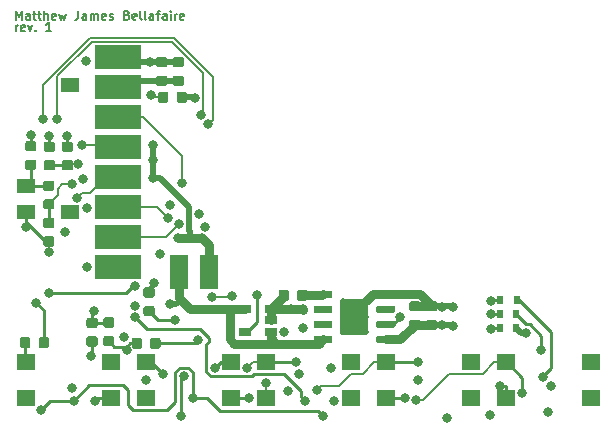
<source format=gbr>
G04 #@! TF.GenerationSoftware,KiCad,Pcbnew,(5.0.1)-3*
G04 #@! TF.CreationDate,2019-11-22T16:36:38-05:00*
G04 #@! TF.ProjectId,SmartWatch,536D61727457617463682E6B69636164,rev?*
G04 #@! TF.SameCoordinates,Original*
G04 #@! TF.FileFunction,Copper,L1,Top,Signal*
G04 #@! TF.FilePolarity,Positive*
%FSLAX46Y46*%
G04 Gerber Fmt 4.6, Leading zero omitted, Abs format (unit mm)*
G04 Created by KiCad (PCBNEW (5.0.1)-3) date 11/22/2019 4:36:38 PM*
%MOMM*%
%LPD*%
G01*
G04 APERTURE LIST*
G04 #@! TA.AperFunction,NonConductor*
%ADD10C,0.187500*%
G04 #@! TD*
G04 #@! TA.AperFunction,Conductor*
%ADD11C,0.100000*%
G04 #@! TD*
G04 #@! TA.AperFunction,SMDPad,CuDef*
%ADD12C,0.875000*%
G04 #@! TD*
G04 #@! TA.AperFunction,SMDPad,CuDef*
%ADD13C,2.410000*%
G04 #@! TD*
G04 #@! TA.AperFunction,ViaPad*
%ADD14C,0.500000*%
G04 #@! TD*
G04 #@! TA.AperFunction,SMDPad,CuDef*
%ADD15C,0.600000*%
G04 #@! TD*
G04 #@! TA.AperFunction,SMDPad,CuDef*
%ADD16R,1.600000X1.400000*%
G04 #@! TD*
G04 #@! TA.AperFunction,SMDPad,CuDef*
%ADD17R,4.000000X2.000000*%
G04 #@! TD*
G04 #@! TA.AperFunction,SMDPad,CuDef*
%ADD18R,1.524000X3.000000*%
G04 #@! TD*
G04 #@! TA.AperFunction,SMDPad,CuDef*
%ADD19R,0.600000X0.700000*%
G04 #@! TD*
G04 #@! TA.AperFunction,SMDPad,CuDef*
%ADD20R,1.500000X1.200000*%
G04 #@! TD*
G04 #@! TA.AperFunction,SMDPad,CuDef*
%ADD21R,1.060000X0.650000*%
G04 #@! TD*
G04 #@! TA.AperFunction,ViaPad*
%ADD22C,0.800000*%
G04 #@! TD*
G04 #@! TA.AperFunction,Conductor*
%ADD23C,0.750000*%
G04 #@! TD*
G04 #@! TA.AperFunction,Conductor*
%ADD24C,0.500000*%
G04 #@! TD*
G04 #@! TA.AperFunction,Conductor*
%ADD25C,0.250000*%
G04 #@! TD*
G04 #@! TA.AperFunction,Conductor*
%ADD26C,0.150000*%
G04 #@! TD*
G04 APERTURE END LIST*
D10*
X185563457Y-82736885D02*
X185563457Y-82236885D01*
X185563457Y-82379742D02*
X185599171Y-82308314D01*
X185634885Y-82272600D01*
X185706314Y-82236885D01*
X185777742Y-82236885D01*
X186313457Y-82701171D02*
X186242028Y-82736885D01*
X186099171Y-82736885D01*
X186027742Y-82701171D01*
X185992028Y-82629742D01*
X185992028Y-82344028D01*
X186027742Y-82272600D01*
X186099171Y-82236885D01*
X186242028Y-82236885D01*
X186313457Y-82272600D01*
X186349171Y-82344028D01*
X186349171Y-82415457D01*
X185992028Y-82486885D01*
X186599171Y-82236885D02*
X186777742Y-82736885D01*
X186956314Y-82236885D01*
X187242028Y-82665457D02*
X187277742Y-82701171D01*
X187242028Y-82736885D01*
X187206314Y-82701171D01*
X187242028Y-82665457D01*
X187242028Y-82736885D01*
X188563457Y-82736885D02*
X188134885Y-82736885D01*
X188349171Y-82736885D02*
X188349171Y-81986885D01*
X188277742Y-82094028D01*
X188206314Y-82165457D01*
X188134885Y-82201171D01*
X185577257Y-81771685D02*
X185577257Y-81021685D01*
X185827257Y-81557400D01*
X186077257Y-81021685D01*
X186077257Y-81771685D01*
X186755828Y-81771685D02*
X186755828Y-81378828D01*
X186720114Y-81307400D01*
X186648685Y-81271685D01*
X186505828Y-81271685D01*
X186434400Y-81307400D01*
X186755828Y-81735971D02*
X186684400Y-81771685D01*
X186505828Y-81771685D01*
X186434400Y-81735971D01*
X186398685Y-81664542D01*
X186398685Y-81593114D01*
X186434400Y-81521685D01*
X186505828Y-81485971D01*
X186684400Y-81485971D01*
X186755828Y-81450257D01*
X187005828Y-81271685D02*
X187291542Y-81271685D01*
X187112971Y-81021685D02*
X187112971Y-81664542D01*
X187148685Y-81735971D01*
X187220114Y-81771685D01*
X187291542Y-81771685D01*
X187434400Y-81271685D02*
X187720114Y-81271685D01*
X187541542Y-81021685D02*
X187541542Y-81664542D01*
X187577257Y-81735971D01*
X187648685Y-81771685D01*
X187720114Y-81771685D01*
X187970114Y-81771685D02*
X187970114Y-81021685D01*
X188291542Y-81771685D02*
X188291542Y-81378828D01*
X188255828Y-81307400D01*
X188184400Y-81271685D01*
X188077257Y-81271685D01*
X188005828Y-81307400D01*
X187970114Y-81343114D01*
X188934400Y-81735971D02*
X188862971Y-81771685D01*
X188720114Y-81771685D01*
X188648685Y-81735971D01*
X188612971Y-81664542D01*
X188612971Y-81378828D01*
X188648685Y-81307400D01*
X188720114Y-81271685D01*
X188862971Y-81271685D01*
X188934400Y-81307400D01*
X188970114Y-81378828D01*
X188970114Y-81450257D01*
X188612971Y-81521685D01*
X189220114Y-81271685D02*
X189362971Y-81771685D01*
X189505828Y-81414542D01*
X189648685Y-81771685D01*
X189791542Y-81271685D01*
X190862971Y-81021685D02*
X190862971Y-81557400D01*
X190827257Y-81664542D01*
X190755828Y-81735971D01*
X190648685Y-81771685D01*
X190577257Y-81771685D01*
X191541542Y-81771685D02*
X191541542Y-81378828D01*
X191505828Y-81307400D01*
X191434400Y-81271685D01*
X191291542Y-81271685D01*
X191220114Y-81307400D01*
X191541542Y-81735971D02*
X191470114Y-81771685D01*
X191291542Y-81771685D01*
X191220114Y-81735971D01*
X191184400Y-81664542D01*
X191184400Y-81593114D01*
X191220114Y-81521685D01*
X191291542Y-81485971D01*
X191470114Y-81485971D01*
X191541542Y-81450257D01*
X191898685Y-81771685D02*
X191898685Y-81271685D01*
X191898685Y-81343114D02*
X191934400Y-81307400D01*
X192005828Y-81271685D01*
X192112971Y-81271685D01*
X192184400Y-81307400D01*
X192220114Y-81378828D01*
X192220114Y-81771685D01*
X192220114Y-81378828D02*
X192255828Y-81307400D01*
X192327257Y-81271685D01*
X192434400Y-81271685D01*
X192505828Y-81307400D01*
X192541542Y-81378828D01*
X192541542Y-81771685D01*
X193184400Y-81735971D02*
X193112971Y-81771685D01*
X192970114Y-81771685D01*
X192898685Y-81735971D01*
X192862971Y-81664542D01*
X192862971Y-81378828D01*
X192898685Y-81307400D01*
X192970114Y-81271685D01*
X193112971Y-81271685D01*
X193184400Y-81307400D01*
X193220114Y-81378828D01*
X193220114Y-81450257D01*
X192862971Y-81521685D01*
X193505828Y-81735971D02*
X193577257Y-81771685D01*
X193720114Y-81771685D01*
X193791542Y-81735971D01*
X193827257Y-81664542D01*
X193827257Y-81628828D01*
X193791542Y-81557400D01*
X193720114Y-81521685D01*
X193612971Y-81521685D01*
X193541542Y-81485971D01*
X193505828Y-81414542D01*
X193505828Y-81378828D01*
X193541542Y-81307400D01*
X193612971Y-81271685D01*
X193720114Y-81271685D01*
X193791542Y-81307400D01*
X194970114Y-81378828D02*
X195077257Y-81414542D01*
X195112971Y-81450257D01*
X195148685Y-81521685D01*
X195148685Y-81628828D01*
X195112971Y-81700257D01*
X195077257Y-81735971D01*
X195005828Y-81771685D01*
X194720114Y-81771685D01*
X194720114Y-81021685D01*
X194970114Y-81021685D01*
X195041542Y-81057400D01*
X195077257Y-81093114D01*
X195112971Y-81164542D01*
X195112971Y-81235971D01*
X195077257Y-81307400D01*
X195041542Y-81343114D01*
X194970114Y-81378828D01*
X194720114Y-81378828D01*
X195755828Y-81735971D02*
X195684400Y-81771685D01*
X195541542Y-81771685D01*
X195470114Y-81735971D01*
X195434400Y-81664542D01*
X195434400Y-81378828D01*
X195470114Y-81307400D01*
X195541542Y-81271685D01*
X195684400Y-81271685D01*
X195755828Y-81307400D01*
X195791542Y-81378828D01*
X195791542Y-81450257D01*
X195434400Y-81521685D01*
X196220114Y-81771685D02*
X196148685Y-81735971D01*
X196112971Y-81664542D01*
X196112971Y-81021685D01*
X196612971Y-81771685D02*
X196541542Y-81735971D01*
X196505828Y-81664542D01*
X196505828Y-81021685D01*
X197220114Y-81771685D02*
X197220114Y-81378828D01*
X197184400Y-81307400D01*
X197112971Y-81271685D01*
X196970114Y-81271685D01*
X196898685Y-81307400D01*
X197220114Y-81735971D02*
X197148685Y-81771685D01*
X196970114Y-81771685D01*
X196898685Y-81735971D01*
X196862971Y-81664542D01*
X196862971Y-81593114D01*
X196898685Y-81521685D01*
X196970114Y-81485971D01*
X197148685Y-81485971D01*
X197220114Y-81450257D01*
X197470114Y-81271685D02*
X197755828Y-81271685D01*
X197577257Y-81771685D02*
X197577257Y-81128828D01*
X197612971Y-81057400D01*
X197684400Y-81021685D01*
X197755828Y-81021685D01*
X198327257Y-81771685D02*
X198327257Y-81378828D01*
X198291542Y-81307400D01*
X198220114Y-81271685D01*
X198077257Y-81271685D01*
X198005828Y-81307400D01*
X198327257Y-81735971D02*
X198255828Y-81771685D01*
X198077257Y-81771685D01*
X198005828Y-81735971D01*
X197970114Y-81664542D01*
X197970114Y-81593114D01*
X198005828Y-81521685D01*
X198077257Y-81485971D01*
X198255828Y-81485971D01*
X198327257Y-81450257D01*
X198684400Y-81771685D02*
X198684400Y-81271685D01*
X198684400Y-81021685D02*
X198648685Y-81057400D01*
X198684400Y-81093114D01*
X198720114Y-81057400D01*
X198684400Y-81021685D01*
X198684400Y-81093114D01*
X199041542Y-81771685D02*
X199041542Y-81271685D01*
X199041542Y-81414542D02*
X199077257Y-81343114D01*
X199112971Y-81307400D01*
X199184400Y-81271685D01*
X199255828Y-81271685D01*
X199791542Y-81735971D02*
X199720114Y-81771685D01*
X199577257Y-81771685D01*
X199505828Y-81735971D01*
X199470114Y-81664542D01*
X199470114Y-81378828D01*
X199505828Y-81307400D01*
X199577257Y-81271685D01*
X199720114Y-81271685D01*
X199791542Y-81307400D01*
X199827257Y-81378828D01*
X199827257Y-81450257D01*
X199470114Y-81521685D01*
D11*
G04 #@! TO.N,GND*
G04 #@! TO.C,C10*
G36*
X198194491Y-86507853D02*
X198215726Y-86511003D01*
X198236550Y-86516219D01*
X198256762Y-86523451D01*
X198276168Y-86532630D01*
X198294581Y-86543666D01*
X198311824Y-86556454D01*
X198327730Y-86570870D01*
X198342146Y-86586776D01*
X198354934Y-86604019D01*
X198365970Y-86622432D01*
X198375149Y-86641838D01*
X198382381Y-86662050D01*
X198387597Y-86682874D01*
X198390747Y-86704109D01*
X198391800Y-86725550D01*
X198391800Y-87163050D01*
X198390747Y-87184491D01*
X198387597Y-87205726D01*
X198382381Y-87226550D01*
X198375149Y-87246762D01*
X198365970Y-87266168D01*
X198354934Y-87284581D01*
X198342146Y-87301824D01*
X198327730Y-87317730D01*
X198311824Y-87332146D01*
X198294581Y-87344934D01*
X198276168Y-87355970D01*
X198256762Y-87365149D01*
X198236550Y-87372381D01*
X198215726Y-87377597D01*
X198194491Y-87380747D01*
X198173050Y-87381800D01*
X197660550Y-87381800D01*
X197639109Y-87380747D01*
X197617874Y-87377597D01*
X197597050Y-87372381D01*
X197576838Y-87365149D01*
X197557432Y-87355970D01*
X197539019Y-87344934D01*
X197521776Y-87332146D01*
X197505870Y-87317730D01*
X197491454Y-87301824D01*
X197478666Y-87284581D01*
X197467630Y-87266168D01*
X197458451Y-87246762D01*
X197451219Y-87226550D01*
X197446003Y-87205726D01*
X197442853Y-87184491D01*
X197441800Y-87163050D01*
X197441800Y-86725550D01*
X197442853Y-86704109D01*
X197446003Y-86682874D01*
X197451219Y-86662050D01*
X197458451Y-86641838D01*
X197467630Y-86622432D01*
X197478666Y-86604019D01*
X197491454Y-86586776D01*
X197505870Y-86570870D01*
X197521776Y-86556454D01*
X197539019Y-86543666D01*
X197557432Y-86532630D01*
X197576838Y-86523451D01*
X197597050Y-86516219D01*
X197617874Y-86511003D01*
X197639109Y-86507853D01*
X197660550Y-86506800D01*
X198173050Y-86506800D01*
X198194491Y-86507853D01*
X198194491Y-86507853D01*
G37*
D12*
G04 #@! TD*
G04 #@! TO.P,C10,2*
G04 #@! TO.N,GND*
X197916800Y-86944300D03*
D11*
G04 #@! TO.N,+3V3*
G04 #@! TO.C,C10*
G36*
X198194491Y-84932853D02*
X198215726Y-84936003D01*
X198236550Y-84941219D01*
X198256762Y-84948451D01*
X198276168Y-84957630D01*
X198294581Y-84968666D01*
X198311824Y-84981454D01*
X198327730Y-84995870D01*
X198342146Y-85011776D01*
X198354934Y-85029019D01*
X198365970Y-85047432D01*
X198375149Y-85066838D01*
X198382381Y-85087050D01*
X198387597Y-85107874D01*
X198390747Y-85129109D01*
X198391800Y-85150550D01*
X198391800Y-85588050D01*
X198390747Y-85609491D01*
X198387597Y-85630726D01*
X198382381Y-85651550D01*
X198375149Y-85671762D01*
X198365970Y-85691168D01*
X198354934Y-85709581D01*
X198342146Y-85726824D01*
X198327730Y-85742730D01*
X198311824Y-85757146D01*
X198294581Y-85769934D01*
X198276168Y-85780970D01*
X198256762Y-85790149D01*
X198236550Y-85797381D01*
X198215726Y-85802597D01*
X198194491Y-85805747D01*
X198173050Y-85806800D01*
X197660550Y-85806800D01*
X197639109Y-85805747D01*
X197617874Y-85802597D01*
X197597050Y-85797381D01*
X197576838Y-85790149D01*
X197557432Y-85780970D01*
X197539019Y-85769934D01*
X197521776Y-85757146D01*
X197505870Y-85742730D01*
X197491454Y-85726824D01*
X197478666Y-85709581D01*
X197467630Y-85691168D01*
X197458451Y-85671762D01*
X197451219Y-85651550D01*
X197446003Y-85630726D01*
X197442853Y-85609491D01*
X197441800Y-85588050D01*
X197441800Y-85150550D01*
X197442853Y-85129109D01*
X197446003Y-85107874D01*
X197451219Y-85087050D01*
X197458451Y-85066838D01*
X197467630Y-85047432D01*
X197478666Y-85029019D01*
X197491454Y-85011776D01*
X197505870Y-84995870D01*
X197521776Y-84981454D01*
X197539019Y-84968666D01*
X197557432Y-84957630D01*
X197576838Y-84948451D01*
X197597050Y-84941219D01*
X197617874Y-84936003D01*
X197639109Y-84932853D01*
X197660550Y-84931800D01*
X198173050Y-84931800D01*
X198194491Y-84932853D01*
X198194491Y-84932853D01*
G37*
D12*
G04 #@! TD*
G04 #@! TO.P,C10,1*
G04 #@! TO.N,+3V3*
X197916800Y-85369300D03*
D11*
G04 #@! TO.N,+3V3*
G04 #@! TO.C,C2*
G36*
X221054491Y-107183453D02*
X221075726Y-107186603D01*
X221096550Y-107191819D01*
X221116762Y-107199051D01*
X221136168Y-107208230D01*
X221154581Y-107219266D01*
X221171824Y-107232054D01*
X221187730Y-107246470D01*
X221202146Y-107262376D01*
X221214934Y-107279619D01*
X221225970Y-107298032D01*
X221235149Y-107317438D01*
X221242381Y-107337650D01*
X221247597Y-107358474D01*
X221250747Y-107379709D01*
X221251800Y-107401150D01*
X221251800Y-107838650D01*
X221250747Y-107860091D01*
X221247597Y-107881326D01*
X221242381Y-107902150D01*
X221235149Y-107922362D01*
X221225970Y-107941768D01*
X221214934Y-107960181D01*
X221202146Y-107977424D01*
X221187730Y-107993330D01*
X221171824Y-108007746D01*
X221154581Y-108020534D01*
X221136168Y-108031570D01*
X221116762Y-108040749D01*
X221096550Y-108047981D01*
X221075726Y-108053197D01*
X221054491Y-108056347D01*
X221033050Y-108057400D01*
X220520550Y-108057400D01*
X220499109Y-108056347D01*
X220477874Y-108053197D01*
X220457050Y-108047981D01*
X220436838Y-108040749D01*
X220417432Y-108031570D01*
X220399019Y-108020534D01*
X220381776Y-108007746D01*
X220365870Y-107993330D01*
X220351454Y-107977424D01*
X220338666Y-107960181D01*
X220327630Y-107941768D01*
X220318451Y-107922362D01*
X220311219Y-107902150D01*
X220306003Y-107881326D01*
X220302853Y-107860091D01*
X220301800Y-107838650D01*
X220301800Y-107401150D01*
X220302853Y-107379709D01*
X220306003Y-107358474D01*
X220311219Y-107337650D01*
X220318451Y-107317438D01*
X220327630Y-107298032D01*
X220338666Y-107279619D01*
X220351454Y-107262376D01*
X220365870Y-107246470D01*
X220381776Y-107232054D01*
X220399019Y-107219266D01*
X220417432Y-107208230D01*
X220436838Y-107199051D01*
X220457050Y-107191819D01*
X220477874Y-107186603D01*
X220499109Y-107183453D01*
X220520550Y-107182400D01*
X221033050Y-107182400D01*
X221054491Y-107183453D01*
X221054491Y-107183453D01*
G37*
D12*
G04 #@! TD*
G04 #@! TO.P,C2,1*
G04 #@! TO.N,+3V3*
X220776800Y-107619900D03*
D11*
G04 #@! TO.N,GND*
G04 #@! TO.C,C2*
G36*
X221054491Y-105608453D02*
X221075726Y-105611603D01*
X221096550Y-105616819D01*
X221116762Y-105624051D01*
X221136168Y-105633230D01*
X221154581Y-105644266D01*
X221171824Y-105657054D01*
X221187730Y-105671470D01*
X221202146Y-105687376D01*
X221214934Y-105704619D01*
X221225970Y-105723032D01*
X221235149Y-105742438D01*
X221242381Y-105762650D01*
X221247597Y-105783474D01*
X221250747Y-105804709D01*
X221251800Y-105826150D01*
X221251800Y-106263650D01*
X221250747Y-106285091D01*
X221247597Y-106306326D01*
X221242381Y-106327150D01*
X221235149Y-106347362D01*
X221225970Y-106366768D01*
X221214934Y-106385181D01*
X221202146Y-106402424D01*
X221187730Y-106418330D01*
X221171824Y-106432746D01*
X221154581Y-106445534D01*
X221136168Y-106456570D01*
X221116762Y-106465749D01*
X221096550Y-106472981D01*
X221075726Y-106478197D01*
X221054491Y-106481347D01*
X221033050Y-106482400D01*
X220520550Y-106482400D01*
X220499109Y-106481347D01*
X220477874Y-106478197D01*
X220457050Y-106472981D01*
X220436838Y-106465749D01*
X220417432Y-106456570D01*
X220399019Y-106445534D01*
X220381776Y-106432746D01*
X220365870Y-106418330D01*
X220351454Y-106402424D01*
X220338666Y-106385181D01*
X220327630Y-106366768D01*
X220318451Y-106347362D01*
X220311219Y-106327150D01*
X220306003Y-106306326D01*
X220302853Y-106285091D01*
X220301800Y-106263650D01*
X220301800Y-105826150D01*
X220302853Y-105804709D01*
X220306003Y-105783474D01*
X220311219Y-105762650D01*
X220318451Y-105742438D01*
X220327630Y-105723032D01*
X220338666Y-105704619D01*
X220351454Y-105687376D01*
X220365870Y-105671470D01*
X220381776Y-105657054D01*
X220399019Y-105644266D01*
X220417432Y-105633230D01*
X220436838Y-105624051D01*
X220457050Y-105616819D01*
X220477874Y-105611603D01*
X220499109Y-105608453D01*
X220520550Y-105607400D01*
X221033050Y-105607400D01*
X221054491Y-105608453D01*
X221054491Y-105608453D01*
G37*
D12*
G04 #@! TD*
G04 #@! TO.P,C2,2*
G04 #@! TO.N,GND*
X220776800Y-106044900D03*
D11*
G04 #@! TO.N,GND*
G04 #@! TO.C,C3*
G36*
X219632091Y-105608453D02*
X219653326Y-105611603D01*
X219674150Y-105616819D01*
X219694362Y-105624051D01*
X219713768Y-105633230D01*
X219732181Y-105644266D01*
X219749424Y-105657054D01*
X219765330Y-105671470D01*
X219779746Y-105687376D01*
X219792534Y-105704619D01*
X219803570Y-105723032D01*
X219812749Y-105742438D01*
X219819981Y-105762650D01*
X219825197Y-105783474D01*
X219828347Y-105804709D01*
X219829400Y-105826150D01*
X219829400Y-106263650D01*
X219828347Y-106285091D01*
X219825197Y-106306326D01*
X219819981Y-106327150D01*
X219812749Y-106347362D01*
X219803570Y-106366768D01*
X219792534Y-106385181D01*
X219779746Y-106402424D01*
X219765330Y-106418330D01*
X219749424Y-106432746D01*
X219732181Y-106445534D01*
X219713768Y-106456570D01*
X219694362Y-106465749D01*
X219674150Y-106472981D01*
X219653326Y-106478197D01*
X219632091Y-106481347D01*
X219610650Y-106482400D01*
X219098150Y-106482400D01*
X219076709Y-106481347D01*
X219055474Y-106478197D01*
X219034650Y-106472981D01*
X219014438Y-106465749D01*
X218995032Y-106456570D01*
X218976619Y-106445534D01*
X218959376Y-106432746D01*
X218943470Y-106418330D01*
X218929054Y-106402424D01*
X218916266Y-106385181D01*
X218905230Y-106366768D01*
X218896051Y-106347362D01*
X218888819Y-106327150D01*
X218883603Y-106306326D01*
X218880453Y-106285091D01*
X218879400Y-106263650D01*
X218879400Y-105826150D01*
X218880453Y-105804709D01*
X218883603Y-105783474D01*
X218888819Y-105762650D01*
X218896051Y-105742438D01*
X218905230Y-105723032D01*
X218916266Y-105704619D01*
X218929054Y-105687376D01*
X218943470Y-105671470D01*
X218959376Y-105657054D01*
X218976619Y-105644266D01*
X218995032Y-105633230D01*
X219014438Y-105624051D01*
X219034650Y-105616819D01*
X219055474Y-105611603D01*
X219076709Y-105608453D01*
X219098150Y-105607400D01*
X219610650Y-105607400D01*
X219632091Y-105608453D01*
X219632091Y-105608453D01*
G37*
D12*
G04 #@! TD*
G04 #@! TO.P,C3,2*
G04 #@! TO.N,GND*
X219354400Y-106044900D03*
D11*
G04 #@! TO.N,+3V3*
G04 #@! TO.C,C3*
G36*
X219632091Y-107183453D02*
X219653326Y-107186603D01*
X219674150Y-107191819D01*
X219694362Y-107199051D01*
X219713768Y-107208230D01*
X219732181Y-107219266D01*
X219749424Y-107232054D01*
X219765330Y-107246470D01*
X219779746Y-107262376D01*
X219792534Y-107279619D01*
X219803570Y-107298032D01*
X219812749Y-107317438D01*
X219819981Y-107337650D01*
X219825197Y-107358474D01*
X219828347Y-107379709D01*
X219829400Y-107401150D01*
X219829400Y-107838650D01*
X219828347Y-107860091D01*
X219825197Y-107881326D01*
X219819981Y-107902150D01*
X219812749Y-107922362D01*
X219803570Y-107941768D01*
X219792534Y-107960181D01*
X219779746Y-107977424D01*
X219765330Y-107993330D01*
X219749424Y-108007746D01*
X219732181Y-108020534D01*
X219713768Y-108031570D01*
X219694362Y-108040749D01*
X219674150Y-108047981D01*
X219653326Y-108053197D01*
X219632091Y-108056347D01*
X219610650Y-108057400D01*
X219098150Y-108057400D01*
X219076709Y-108056347D01*
X219055474Y-108053197D01*
X219034650Y-108047981D01*
X219014438Y-108040749D01*
X218995032Y-108031570D01*
X218976619Y-108020534D01*
X218959376Y-108007746D01*
X218943470Y-107993330D01*
X218929054Y-107977424D01*
X218916266Y-107960181D01*
X218905230Y-107941768D01*
X218896051Y-107922362D01*
X218888819Y-107902150D01*
X218883603Y-107881326D01*
X218880453Y-107860091D01*
X218879400Y-107838650D01*
X218879400Y-107401150D01*
X218880453Y-107379709D01*
X218883603Y-107358474D01*
X218888819Y-107337650D01*
X218896051Y-107317438D01*
X218905230Y-107298032D01*
X218916266Y-107279619D01*
X218929054Y-107262376D01*
X218943470Y-107246470D01*
X218959376Y-107232054D01*
X218976619Y-107219266D01*
X218995032Y-107208230D01*
X219014438Y-107199051D01*
X219034650Y-107191819D01*
X219055474Y-107186603D01*
X219076709Y-107183453D01*
X219098150Y-107182400D01*
X219610650Y-107182400D01*
X219632091Y-107183453D01*
X219632091Y-107183453D01*
G37*
D12*
G04 #@! TD*
G04 #@! TO.P,C3,1*
G04 #@! TO.N,+3V3*
X219354400Y-107619900D03*
D11*
G04 #@! TO.N,Net-(C1-Pad1)*
G04 #@! TO.C,C1*
G36*
X210069691Y-104631253D02*
X210090926Y-104634403D01*
X210111750Y-104639619D01*
X210131962Y-104646851D01*
X210151368Y-104656030D01*
X210169781Y-104667066D01*
X210187024Y-104679854D01*
X210202930Y-104694270D01*
X210217346Y-104710176D01*
X210230134Y-104727419D01*
X210241170Y-104745832D01*
X210250349Y-104765238D01*
X210257581Y-104785450D01*
X210262797Y-104806274D01*
X210265947Y-104827509D01*
X210267000Y-104848950D01*
X210267000Y-105361450D01*
X210265947Y-105382891D01*
X210262797Y-105404126D01*
X210257581Y-105424950D01*
X210250349Y-105445162D01*
X210241170Y-105464568D01*
X210230134Y-105482981D01*
X210217346Y-105500224D01*
X210202930Y-105516130D01*
X210187024Y-105530546D01*
X210169781Y-105543334D01*
X210151368Y-105554370D01*
X210131962Y-105563549D01*
X210111750Y-105570781D01*
X210090926Y-105575997D01*
X210069691Y-105579147D01*
X210048250Y-105580200D01*
X209610750Y-105580200D01*
X209589309Y-105579147D01*
X209568074Y-105575997D01*
X209547250Y-105570781D01*
X209527038Y-105563549D01*
X209507632Y-105554370D01*
X209489219Y-105543334D01*
X209471976Y-105530546D01*
X209456070Y-105516130D01*
X209441654Y-105500224D01*
X209428866Y-105482981D01*
X209417830Y-105464568D01*
X209408651Y-105445162D01*
X209401419Y-105424950D01*
X209396203Y-105404126D01*
X209393053Y-105382891D01*
X209392000Y-105361450D01*
X209392000Y-104848950D01*
X209393053Y-104827509D01*
X209396203Y-104806274D01*
X209401419Y-104785450D01*
X209408651Y-104765238D01*
X209417830Y-104745832D01*
X209428866Y-104727419D01*
X209441654Y-104710176D01*
X209456070Y-104694270D01*
X209471976Y-104679854D01*
X209489219Y-104667066D01*
X209507632Y-104656030D01*
X209527038Y-104646851D01*
X209547250Y-104639619D01*
X209568074Y-104634403D01*
X209589309Y-104631253D01*
X209610750Y-104630200D01*
X210048250Y-104630200D01*
X210069691Y-104631253D01*
X210069691Y-104631253D01*
G37*
D12*
G04 #@! TD*
G04 #@! TO.P,C1,1*
G04 #@! TO.N,Net-(C1-Pad1)*
X209829500Y-105105200D03*
D11*
G04 #@! TO.N,GND*
G04 #@! TO.C,C1*
G36*
X208494691Y-104631253D02*
X208515926Y-104634403D01*
X208536750Y-104639619D01*
X208556962Y-104646851D01*
X208576368Y-104656030D01*
X208594781Y-104667066D01*
X208612024Y-104679854D01*
X208627930Y-104694270D01*
X208642346Y-104710176D01*
X208655134Y-104727419D01*
X208666170Y-104745832D01*
X208675349Y-104765238D01*
X208682581Y-104785450D01*
X208687797Y-104806274D01*
X208690947Y-104827509D01*
X208692000Y-104848950D01*
X208692000Y-105361450D01*
X208690947Y-105382891D01*
X208687797Y-105404126D01*
X208682581Y-105424950D01*
X208675349Y-105445162D01*
X208666170Y-105464568D01*
X208655134Y-105482981D01*
X208642346Y-105500224D01*
X208627930Y-105516130D01*
X208612024Y-105530546D01*
X208594781Y-105543334D01*
X208576368Y-105554370D01*
X208556962Y-105563549D01*
X208536750Y-105570781D01*
X208515926Y-105575997D01*
X208494691Y-105579147D01*
X208473250Y-105580200D01*
X208035750Y-105580200D01*
X208014309Y-105579147D01*
X207993074Y-105575997D01*
X207972250Y-105570781D01*
X207952038Y-105563549D01*
X207932632Y-105554370D01*
X207914219Y-105543334D01*
X207896976Y-105530546D01*
X207881070Y-105516130D01*
X207866654Y-105500224D01*
X207853866Y-105482981D01*
X207842830Y-105464568D01*
X207833651Y-105445162D01*
X207826419Y-105424950D01*
X207821203Y-105404126D01*
X207818053Y-105382891D01*
X207817000Y-105361450D01*
X207817000Y-104848950D01*
X207818053Y-104827509D01*
X207821203Y-104806274D01*
X207826419Y-104785450D01*
X207833651Y-104765238D01*
X207842830Y-104745832D01*
X207853866Y-104727419D01*
X207866654Y-104710176D01*
X207881070Y-104694270D01*
X207896976Y-104679854D01*
X207914219Y-104667066D01*
X207932632Y-104656030D01*
X207952038Y-104646851D01*
X207972250Y-104639619D01*
X207993074Y-104634403D01*
X208014309Y-104631253D01*
X208035750Y-104630200D01*
X208473250Y-104630200D01*
X208494691Y-104631253D01*
X208494691Y-104631253D01*
G37*
D12*
G04 #@! TD*
G04 #@! TO.P,C1,2*
G04 #@! TO.N,GND*
X208254500Y-105105200D03*
D11*
G04 #@! TO.N,GND*
G04 #@! TO.C,U1*
G36*
X215203106Y-105385204D02*
X215227374Y-105388804D01*
X215251173Y-105394765D01*
X215274272Y-105403030D01*
X215296450Y-105413519D01*
X215317493Y-105426132D01*
X215337199Y-105440747D01*
X215355377Y-105457223D01*
X215371853Y-105475401D01*
X215386468Y-105495107D01*
X215399081Y-105516150D01*
X215409570Y-105538328D01*
X215417835Y-105561427D01*
X215423796Y-105585226D01*
X215427396Y-105609494D01*
X215428600Y-105633998D01*
X215428600Y-108234002D01*
X215427396Y-108258506D01*
X215423796Y-108282774D01*
X215417835Y-108306573D01*
X215409570Y-108329672D01*
X215399081Y-108351850D01*
X215386468Y-108372893D01*
X215371853Y-108392599D01*
X215355377Y-108410777D01*
X215337199Y-108427253D01*
X215317493Y-108441868D01*
X215296450Y-108454481D01*
X215274272Y-108464970D01*
X215251173Y-108473235D01*
X215227374Y-108479196D01*
X215203106Y-108482796D01*
X215178602Y-108484000D01*
X213268598Y-108484000D01*
X213244094Y-108482796D01*
X213219826Y-108479196D01*
X213196027Y-108473235D01*
X213172928Y-108464970D01*
X213150750Y-108454481D01*
X213129707Y-108441868D01*
X213110001Y-108427253D01*
X213091823Y-108410777D01*
X213075347Y-108392599D01*
X213060732Y-108372893D01*
X213048119Y-108351850D01*
X213037630Y-108329672D01*
X213029365Y-108306573D01*
X213023404Y-108282774D01*
X213019804Y-108258506D01*
X213018600Y-108234002D01*
X213018600Y-105633998D01*
X213019804Y-105609494D01*
X213023404Y-105585226D01*
X213029365Y-105561427D01*
X213037630Y-105538328D01*
X213048119Y-105516150D01*
X213060732Y-105495107D01*
X213075347Y-105475401D01*
X213091823Y-105457223D01*
X213110001Y-105440747D01*
X213129707Y-105426132D01*
X213150750Y-105413519D01*
X213172928Y-105403030D01*
X213196027Y-105394765D01*
X213219826Y-105388804D01*
X213244094Y-105385204D01*
X213268598Y-105384000D01*
X215178602Y-105384000D01*
X215203106Y-105385204D01*
X215203106Y-105385204D01*
G37*
D13*
G04 #@! TD*
G04 #@! TO.P,U1,9*
G04 #@! TO.N,GND*
X214223600Y-106934000D03*
D14*
G04 #@! TO.N,GND*
G04 #@! TO.C,U1*
X215178600Y-108234000D03*
X213268600Y-108234000D03*
X215178600Y-106934000D03*
X213268600Y-106934000D03*
X215178600Y-105634000D03*
X213268600Y-105634000D03*
D11*
G04 #@! TO.N,+3V3*
G36*
X217538303Y-108539722D02*
X217552864Y-108541882D01*
X217567143Y-108545459D01*
X217581003Y-108550418D01*
X217594310Y-108556712D01*
X217606936Y-108564280D01*
X217618759Y-108573048D01*
X217629666Y-108582934D01*
X217639552Y-108593841D01*
X217648320Y-108605664D01*
X217655888Y-108618290D01*
X217662182Y-108631597D01*
X217667141Y-108645457D01*
X217670718Y-108659736D01*
X217672878Y-108674297D01*
X217673600Y-108689000D01*
X217673600Y-108989000D01*
X217672878Y-109003703D01*
X217670718Y-109018264D01*
X217667141Y-109032543D01*
X217662182Y-109046403D01*
X217655888Y-109059710D01*
X217648320Y-109072336D01*
X217639552Y-109084159D01*
X217629666Y-109095066D01*
X217618759Y-109104952D01*
X217606936Y-109113720D01*
X217594310Y-109121288D01*
X217581003Y-109127582D01*
X217567143Y-109132541D01*
X217552864Y-109136118D01*
X217538303Y-109138278D01*
X217523600Y-109139000D01*
X216223600Y-109139000D01*
X216208897Y-109138278D01*
X216194336Y-109136118D01*
X216180057Y-109132541D01*
X216166197Y-109127582D01*
X216152890Y-109121288D01*
X216140264Y-109113720D01*
X216128441Y-109104952D01*
X216117534Y-109095066D01*
X216107648Y-109084159D01*
X216098880Y-109072336D01*
X216091312Y-109059710D01*
X216085018Y-109046403D01*
X216080059Y-109032543D01*
X216076482Y-109018264D01*
X216074322Y-109003703D01*
X216073600Y-108989000D01*
X216073600Y-108689000D01*
X216074322Y-108674297D01*
X216076482Y-108659736D01*
X216080059Y-108645457D01*
X216085018Y-108631597D01*
X216091312Y-108618290D01*
X216098880Y-108605664D01*
X216107648Y-108593841D01*
X216117534Y-108582934D01*
X216128441Y-108573048D01*
X216140264Y-108564280D01*
X216152890Y-108556712D01*
X216166197Y-108550418D01*
X216180057Y-108545459D01*
X216194336Y-108541882D01*
X216208897Y-108539722D01*
X216223600Y-108539000D01*
X217523600Y-108539000D01*
X217538303Y-108539722D01*
X217538303Y-108539722D01*
G37*
D15*
G04 #@! TD*
G04 #@! TO.P,U1,1*
G04 #@! TO.N,+3V3*
X216873600Y-108839000D03*
D11*
G04 #@! TO.N,UV_LO*
G04 #@! TO.C,U1*
G36*
X217538303Y-107269722D02*
X217552864Y-107271882D01*
X217567143Y-107275459D01*
X217581003Y-107280418D01*
X217594310Y-107286712D01*
X217606936Y-107294280D01*
X217618759Y-107303048D01*
X217629666Y-107312934D01*
X217639552Y-107323841D01*
X217648320Y-107335664D01*
X217655888Y-107348290D01*
X217662182Y-107361597D01*
X217667141Y-107375457D01*
X217670718Y-107389736D01*
X217672878Y-107404297D01*
X217673600Y-107419000D01*
X217673600Y-107719000D01*
X217672878Y-107733703D01*
X217670718Y-107748264D01*
X217667141Y-107762543D01*
X217662182Y-107776403D01*
X217655888Y-107789710D01*
X217648320Y-107802336D01*
X217639552Y-107814159D01*
X217629666Y-107825066D01*
X217618759Y-107834952D01*
X217606936Y-107843720D01*
X217594310Y-107851288D01*
X217581003Y-107857582D01*
X217567143Y-107862541D01*
X217552864Y-107866118D01*
X217538303Y-107868278D01*
X217523600Y-107869000D01*
X216223600Y-107869000D01*
X216208897Y-107868278D01*
X216194336Y-107866118D01*
X216180057Y-107862541D01*
X216166197Y-107857582D01*
X216152890Y-107851288D01*
X216140264Y-107843720D01*
X216128441Y-107834952D01*
X216117534Y-107825066D01*
X216107648Y-107814159D01*
X216098880Y-107802336D01*
X216091312Y-107789710D01*
X216085018Y-107776403D01*
X216080059Y-107762543D01*
X216076482Y-107748264D01*
X216074322Y-107733703D01*
X216073600Y-107719000D01*
X216073600Y-107419000D01*
X216074322Y-107404297D01*
X216076482Y-107389736D01*
X216080059Y-107375457D01*
X216085018Y-107361597D01*
X216091312Y-107348290D01*
X216098880Y-107335664D01*
X216107648Y-107323841D01*
X216117534Y-107312934D01*
X216128441Y-107303048D01*
X216140264Y-107294280D01*
X216152890Y-107286712D01*
X216166197Y-107280418D01*
X216180057Y-107275459D01*
X216194336Y-107271882D01*
X216208897Y-107269722D01*
X216223600Y-107269000D01*
X217523600Y-107269000D01*
X217538303Y-107269722D01*
X217538303Y-107269722D01*
G37*
D15*
G04 #@! TD*
G04 #@! TO.P,U1,2*
G04 #@! TO.N,UV_LO*
X216873600Y-107569000D03*
D11*
G04 #@! TO.N,N/C*
G04 #@! TO.C,U1*
G36*
X217538303Y-105999722D02*
X217552864Y-106001882D01*
X217567143Y-106005459D01*
X217581003Y-106010418D01*
X217594310Y-106016712D01*
X217606936Y-106024280D01*
X217618759Y-106033048D01*
X217629666Y-106042934D01*
X217639552Y-106053841D01*
X217648320Y-106065664D01*
X217655888Y-106078290D01*
X217662182Y-106091597D01*
X217667141Y-106105457D01*
X217670718Y-106119736D01*
X217672878Y-106134297D01*
X217673600Y-106149000D01*
X217673600Y-106449000D01*
X217672878Y-106463703D01*
X217670718Y-106478264D01*
X217667141Y-106492543D01*
X217662182Y-106506403D01*
X217655888Y-106519710D01*
X217648320Y-106532336D01*
X217639552Y-106544159D01*
X217629666Y-106555066D01*
X217618759Y-106564952D01*
X217606936Y-106573720D01*
X217594310Y-106581288D01*
X217581003Y-106587582D01*
X217567143Y-106592541D01*
X217552864Y-106596118D01*
X217538303Y-106598278D01*
X217523600Y-106599000D01*
X216223600Y-106599000D01*
X216208897Y-106598278D01*
X216194336Y-106596118D01*
X216180057Y-106592541D01*
X216166197Y-106587582D01*
X216152890Y-106581288D01*
X216140264Y-106573720D01*
X216128441Y-106564952D01*
X216117534Y-106555066D01*
X216107648Y-106544159D01*
X216098880Y-106532336D01*
X216091312Y-106519710D01*
X216085018Y-106506403D01*
X216080059Y-106492543D01*
X216076482Y-106478264D01*
X216074322Y-106463703D01*
X216073600Y-106449000D01*
X216073600Y-106149000D01*
X216074322Y-106134297D01*
X216076482Y-106119736D01*
X216080059Y-106105457D01*
X216085018Y-106091597D01*
X216091312Y-106078290D01*
X216098880Y-106065664D01*
X216107648Y-106053841D01*
X216117534Y-106042934D01*
X216128441Y-106033048D01*
X216140264Y-106024280D01*
X216152890Y-106016712D01*
X216166197Y-106010418D01*
X216180057Y-106005459D01*
X216194336Y-106001882D01*
X216208897Y-105999722D01*
X216223600Y-105999000D01*
X217523600Y-105999000D01*
X217538303Y-105999722D01*
X217538303Y-105999722D01*
G37*
D15*
G04 #@! TD*
G04 #@! TO.P,U1,3*
G04 #@! TO.N,N/C*
X216873600Y-106299000D03*
D11*
G04 #@! TO.N,GND*
G04 #@! TO.C,U1*
G36*
X217538303Y-104729722D02*
X217552864Y-104731882D01*
X217567143Y-104735459D01*
X217581003Y-104740418D01*
X217594310Y-104746712D01*
X217606936Y-104754280D01*
X217618759Y-104763048D01*
X217629666Y-104772934D01*
X217639552Y-104783841D01*
X217648320Y-104795664D01*
X217655888Y-104808290D01*
X217662182Y-104821597D01*
X217667141Y-104835457D01*
X217670718Y-104849736D01*
X217672878Y-104864297D01*
X217673600Y-104879000D01*
X217673600Y-105179000D01*
X217672878Y-105193703D01*
X217670718Y-105208264D01*
X217667141Y-105222543D01*
X217662182Y-105236403D01*
X217655888Y-105249710D01*
X217648320Y-105262336D01*
X217639552Y-105274159D01*
X217629666Y-105285066D01*
X217618759Y-105294952D01*
X217606936Y-105303720D01*
X217594310Y-105311288D01*
X217581003Y-105317582D01*
X217567143Y-105322541D01*
X217552864Y-105326118D01*
X217538303Y-105328278D01*
X217523600Y-105329000D01*
X216223600Y-105329000D01*
X216208897Y-105328278D01*
X216194336Y-105326118D01*
X216180057Y-105322541D01*
X216166197Y-105317582D01*
X216152890Y-105311288D01*
X216140264Y-105303720D01*
X216128441Y-105294952D01*
X216117534Y-105285066D01*
X216107648Y-105274159D01*
X216098880Y-105262336D01*
X216091312Y-105249710D01*
X216085018Y-105236403D01*
X216080059Y-105222543D01*
X216076482Y-105208264D01*
X216074322Y-105193703D01*
X216073600Y-105179000D01*
X216073600Y-104879000D01*
X216074322Y-104864297D01*
X216076482Y-104849736D01*
X216080059Y-104835457D01*
X216085018Y-104821597D01*
X216091312Y-104808290D01*
X216098880Y-104795664D01*
X216107648Y-104783841D01*
X216117534Y-104772934D01*
X216128441Y-104763048D01*
X216140264Y-104754280D01*
X216152890Y-104746712D01*
X216166197Y-104740418D01*
X216180057Y-104735459D01*
X216194336Y-104731882D01*
X216208897Y-104729722D01*
X216223600Y-104729000D01*
X217523600Y-104729000D01*
X217538303Y-104729722D01*
X217538303Y-104729722D01*
G37*
D15*
G04 #@! TD*
G04 #@! TO.P,U1,4*
G04 #@! TO.N,GND*
X216873600Y-105029000D03*
D11*
G04 #@! TO.N,Net-(C1-Pad1)*
G04 #@! TO.C,U1*
G36*
X212238303Y-104729722D02*
X212252864Y-104731882D01*
X212267143Y-104735459D01*
X212281003Y-104740418D01*
X212294310Y-104746712D01*
X212306936Y-104754280D01*
X212318759Y-104763048D01*
X212329666Y-104772934D01*
X212339552Y-104783841D01*
X212348320Y-104795664D01*
X212355888Y-104808290D01*
X212362182Y-104821597D01*
X212367141Y-104835457D01*
X212370718Y-104849736D01*
X212372878Y-104864297D01*
X212373600Y-104879000D01*
X212373600Y-105179000D01*
X212372878Y-105193703D01*
X212370718Y-105208264D01*
X212367141Y-105222543D01*
X212362182Y-105236403D01*
X212355888Y-105249710D01*
X212348320Y-105262336D01*
X212339552Y-105274159D01*
X212329666Y-105285066D01*
X212318759Y-105294952D01*
X212306936Y-105303720D01*
X212294310Y-105311288D01*
X212281003Y-105317582D01*
X212267143Y-105322541D01*
X212252864Y-105326118D01*
X212238303Y-105328278D01*
X212223600Y-105329000D01*
X210923600Y-105329000D01*
X210908897Y-105328278D01*
X210894336Y-105326118D01*
X210880057Y-105322541D01*
X210866197Y-105317582D01*
X210852890Y-105311288D01*
X210840264Y-105303720D01*
X210828441Y-105294952D01*
X210817534Y-105285066D01*
X210807648Y-105274159D01*
X210798880Y-105262336D01*
X210791312Y-105249710D01*
X210785018Y-105236403D01*
X210780059Y-105222543D01*
X210776482Y-105208264D01*
X210774322Y-105193703D01*
X210773600Y-105179000D01*
X210773600Y-104879000D01*
X210774322Y-104864297D01*
X210776482Y-104849736D01*
X210780059Y-104835457D01*
X210785018Y-104821597D01*
X210791312Y-104808290D01*
X210798880Y-104795664D01*
X210807648Y-104783841D01*
X210817534Y-104772934D01*
X210828441Y-104763048D01*
X210840264Y-104754280D01*
X210852890Y-104746712D01*
X210866197Y-104740418D01*
X210880057Y-104735459D01*
X210894336Y-104731882D01*
X210908897Y-104729722D01*
X210923600Y-104729000D01*
X212223600Y-104729000D01*
X212238303Y-104729722D01*
X212238303Y-104729722D01*
G37*
D15*
G04 #@! TD*
G04 #@! TO.P,U1,5*
G04 #@! TO.N,Net-(C1-Pad1)*
X211573600Y-105029000D03*
D11*
G04 #@! TO.N,N/C*
G04 #@! TO.C,U1*
G36*
X212238303Y-105999722D02*
X212252864Y-106001882D01*
X212267143Y-106005459D01*
X212281003Y-106010418D01*
X212294310Y-106016712D01*
X212306936Y-106024280D01*
X212318759Y-106033048D01*
X212329666Y-106042934D01*
X212339552Y-106053841D01*
X212348320Y-106065664D01*
X212355888Y-106078290D01*
X212362182Y-106091597D01*
X212367141Y-106105457D01*
X212370718Y-106119736D01*
X212372878Y-106134297D01*
X212373600Y-106149000D01*
X212373600Y-106449000D01*
X212372878Y-106463703D01*
X212370718Y-106478264D01*
X212367141Y-106492543D01*
X212362182Y-106506403D01*
X212355888Y-106519710D01*
X212348320Y-106532336D01*
X212339552Y-106544159D01*
X212329666Y-106555066D01*
X212318759Y-106564952D01*
X212306936Y-106573720D01*
X212294310Y-106581288D01*
X212281003Y-106587582D01*
X212267143Y-106592541D01*
X212252864Y-106596118D01*
X212238303Y-106598278D01*
X212223600Y-106599000D01*
X210923600Y-106599000D01*
X210908897Y-106598278D01*
X210894336Y-106596118D01*
X210880057Y-106592541D01*
X210866197Y-106587582D01*
X210852890Y-106581288D01*
X210840264Y-106573720D01*
X210828441Y-106564952D01*
X210817534Y-106555066D01*
X210807648Y-106544159D01*
X210798880Y-106532336D01*
X210791312Y-106519710D01*
X210785018Y-106506403D01*
X210780059Y-106492543D01*
X210776482Y-106478264D01*
X210774322Y-106463703D01*
X210773600Y-106449000D01*
X210773600Y-106149000D01*
X210774322Y-106134297D01*
X210776482Y-106119736D01*
X210780059Y-106105457D01*
X210785018Y-106091597D01*
X210791312Y-106078290D01*
X210798880Y-106065664D01*
X210807648Y-106053841D01*
X210817534Y-106042934D01*
X210828441Y-106033048D01*
X210840264Y-106024280D01*
X210852890Y-106016712D01*
X210866197Y-106010418D01*
X210880057Y-106005459D01*
X210894336Y-106001882D01*
X210908897Y-105999722D01*
X210923600Y-105999000D01*
X212223600Y-105999000D01*
X212238303Y-105999722D01*
X212238303Y-105999722D01*
G37*
D15*
G04 #@! TD*
G04 #@! TO.P,U1,6*
G04 #@! TO.N,N/C*
X211573600Y-106299000D03*
D11*
G04 #@! TO.N,N/C*
G04 #@! TO.C,U1*
G36*
X212238303Y-107269722D02*
X212252864Y-107271882D01*
X212267143Y-107275459D01*
X212281003Y-107280418D01*
X212294310Y-107286712D01*
X212306936Y-107294280D01*
X212318759Y-107303048D01*
X212329666Y-107312934D01*
X212339552Y-107323841D01*
X212348320Y-107335664D01*
X212355888Y-107348290D01*
X212362182Y-107361597D01*
X212367141Y-107375457D01*
X212370718Y-107389736D01*
X212372878Y-107404297D01*
X212373600Y-107419000D01*
X212373600Y-107719000D01*
X212372878Y-107733703D01*
X212370718Y-107748264D01*
X212367141Y-107762543D01*
X212362182Y-107776403D01*
X212355888Y-107789710D01*
X212348320Y-107802336D01*
X212339552Y-107814159D01*
X212329666Y-107825066D01*
X212318759Y-107834952D01*
X212306936Y-107843720D01*
X212294310Y-107851288D01*
X212281003Y-107857582D01*
X212267143Y-107862541D01*
X212252864Y-107866118D01*
X212238303Y-107868278D01*
X212223600Y-107869000D01*
X210923600Y-107869000D01*
X210908897Y-107868278D01*
X210894336Y-107866118D01*
X210880057Y-107862541D01*
X210866197Y-107857582D01*
X210852890Y-107851288D01*
X210840264Y-107843720D01*
X210828441Y-107834952D01*
X210817534Y-107825066D01*
X210807648Y-107814159D01*
X210798880Y-107802336D01*
X210791312Y-107789710D01*
X210785018Y-107776403D01*
X210780059Y-107762543D01*
X210776482Y-107748264D01*
X210774322Y-107733703D01*
X210773600Y-107719000D01*
X210773600Y-107419000D01*
X210774322Y-107404297D01*
X210776482Y-107389736D01*
X210780059Y-107375457D01*
X210785018Y-107361597D01*
X210791312Y-107348290D01*
X210798880Y-107335664D01*
X210807648Y-107323841D01*
X210817534Y-107312934D01*
X210828441Y-107303048D01*
X210840264Y-107294280D01*
X210852890Y-107286712D01*
X210866197Y-107280418D01*
X210880057Y-107275459D01*
X210894336Y-107271882D01*
X210908897Y-107269722D01*
X210923600Y-107269000D01*
X212223600Y-107269000D01*
X212238303Y-107269722D01*
X212238303Y-107269722D01*
G37*
D15*
G04 #@! TD*
G04 #@! TO.P,U1,7*
G04 #@! TO.N,N/C*
X211573600Y-107569000D03*
D11*
G04 #@! TO.N,BAT+*
G04 #@! TO.C,U1*
G36*
X212238303Y-108539722D02*
X212252864Y-108541882D01*
X212267143Y-108545459D01*
X212281003Y-108550418D01*
X212294310Y-108556712D01*
X212306936Y-108564280D01*
X212318759Y-108573048D01*
X212329666Y-108582934D01*
X212339552Y-108593841D01*
X212348320Y-108605664D01*
X212355888Y-108618290D01*
X212362182Y-108631597D01*
X212367141Y-108645457D01*
X212370718Y-108659736D01*
X212372878Y-108674297D01*
X212373600Y-108689000D01*
X212373600Y-108989000D01*
X212372878Y-109003703D01*
X212370718Y-109018264D01*
X212367141Y-109032543D01*
X212362182Y-109046403D01*
X212355888Y-109059710D01*
X212348320Y-109072336D01*
X212339552Y-109084159D01*
X212329666Y-109095066D01*
X212318759Y-109104952D01*
X212306936Y-109113720D01*
X212294310Y-109121288D01*
X212281003Y-109127582D01*
X212267143Y-109132541D01*
X212252864Y-109136118D01*
X212238303Y-109138278D01*
X212223600Y-109139000D01*
X210923600Y-109139000D01*
X210908897Y-109138278D01*
X210894336Y-109136118D01*
X210880057Y-109132541D01*
X210866197Y-109127582D01*
X210852890Y-109121288D01*
X210840264Y-109113720D01*
X210828441Y-109104952D01*
X210817534Y-109095066D01*
X210807648Y-109084159D01*
X210798880Y-109072336D01*
X210791312Y-109059710D01*
X210785018Y-109046403D01*
X210780059Y-109032543D01*
X210776482Y-109018264D01*
X210774322Y-109003703D01*
X210773600Y-108989000D01*
X210773600Y-108689000D01*
X210774322Y-108674297D01*
X210776482Y-108659736D01*
X210780059Y-108645457D01*
X210785018Y-108631597D01*
X210791312Y-108618290D01*
X210798880Y-108605664D01*
X210807648Y-108593841D01*
X210817534Y-108582934D01*
X210828441Y-108573048D01*
X210840264Y-108564280D01*
X210852890Y-108556712D01*
X210866197Y-108550418D01*
X210880057Y-108545459D01*
X210894336Y-108541882D01*
X210908897Y-108539722D01*
X210923600Y-108539000D01*
X212223600Y-108539000D01*
X212238303Y-108539722D01*
X212238303Y-108539722D01*
G37*
D15*
G04 #@! TD*
G04 #@! TO.P,U1,8*
G04 #@! TO.N,BAT+*
X211573600Y-108839000D03*
D16*
G04 #@! TO.P,SW4,1*
G04 #@! TO.N,Net-(SW4-Pad1)*
X186392000Y-113768000D03*
G04 #@! TO.P,SW4,2*
G04 #@! TO.N,GND*
X193592000Y-113768000D03*
G04 #@! TO.P,SW4,3*
G04 #@! TO.N,Net-(R8-Pad2)*
X186392000Y-110768000D03*
G04 #@! TO.P,SW4,4*
G04 #@! TO.N,Net-(C6-Pad1)*
X193592000Y-110768000D03*
G04 #@! TD*
G04 #@! TO.P,SW5,4*
G04 #@! TO.N,Net-(C7-Pad1)*
X203752000Y-110768000D03*
G04 #@! TO.P,SW5,3*
G04 #@! TO.N,Net-(R19-Pad2)*
X196552000Y-110768000D03*
G04 #@! TO.P,SW5,2*
G04 #@! TO.N,GND*
X203752000Y-113768000D03*
G04 #@! TO.P,SW5,1*
G04 #@! TO.N,Net-(SW5-Pad1)*
X196552000Y-113768000D03*
G04 #@! TD*
G04 #@! TO.P,SW1,1*
G04 #@! TO.N,+3V3*
X206712000Y-113768000D03*
G04 #@! TO.P,SW1,2*
G04 #@! TO.N,Net-(SW1-Pad2)*
X213912000Y-113768000D03*
G04 #@! TO.P,SW1,3*
G04 #@! TO.N,SW0*
X206712000Y-110768000D03*
G04 #@! TO.P,SW1,4*
G04 #@! TO.N,Net-(SW1-Pad4)*
X213912000Y-110768000D03*
G04 #@! TD*
G04 #@! TO.P,SW2,4*
G04 #@! TO.N,Net-(SW2-Pad4)*
X224072000Y-110768000D03*
G04 #@! TO.P,SW2,3*
G04 #@! TO.N,SW1*
X216872000Y-110768000D03*
G04 #@! TO.P,SW2,2*
G04 #@! TO.N,Net-(SW2-Pad2)*
X224072000Y-113768000D03*
G04 #@! TO.P,SW2,1*
G04 #@! TO.N,+3V3*
X216872000Y-113768000D03*
G04 #@! TD*
G04 #@! TO.P,SW3,1*
G04 #@! TO.N,+3V3*
X227032000Y-113768000D03*
G04 #@! TO.P,SW3,2*
G04 #@! TO.N,Net-(SW3-Pad2)*
X234232000Y-113768000D03*
G04 #@! TO.P,SW3,3*
G04 #@! TO.N,SW2*
X227032000Y-110768000D03*
G04 #@! TO.P,SW3,4*
G04 #@! TO.N,Net-(SW3-Pad4)*
X234232000Y-110768000D03*
G04 #@! TD*
D17*
G04 #@! TO.P,U8,8*
G04 #@! TO.N,/LCD_LED*
X194208400Y-102717600D03*
G04 #@! TO.P,U8,7*
G04 #@! TO.N,/LCD_SCK*
X194208400Y-100177600D03*
G04 #@! TO.P,U8,6*
G04 #@! TO.N,/LCD_SDA*
X194208400Y-97637600D03*
G04 #@! TO.P,U8,5*
G04 #@! TO.N,/LCD_A0*
X194208400Y-95097600D03*
G04 #@! TO.P,U8,4*
G04 #@! TO.N,/LCD_RST*
X194208400Y-92557600D03*
G04 #@! TO.P,U8,3*
G04 #@! TO.N,/LCD_CS*
X194208400Y-90017600D03*
G04 #@! TO.P,U8,2*
G04 #@! TO.N,GND*
X194208400Y-87477600D03*
G04 #@! TO.P,U8,1*
G04 #@! TO.N,+3V3*
X194208400Y-84937600D03*
G04 #@! TD*
D18*
G04 #@! TO.P,J2,1*
G04 #@! TO.N,GND*
X201930000Y-103124000D03*
G04 #@! TO.P,J2,2*
G04 #@! TO.N,BAT+*
X199390000Y-103124000D03*
G04 #@! TD*
D11*
G04 #@! TO.N,Net-(C9-Pad1)*
G04 #@! TO.C,C9*
G36*
X190218891Y-93670653D02*
X190240126Y-93673803D01*
X190260950Y-93679019D01*
X190281162Y-93686251D01*
X190300568Y-93695430D01*
X190318981Y-93706466D01*
X190336224Y-93719254D01*
X190352130Y-93733670D01*
X190366546Y-93749576D01*
X190379334Y-93766819D01*
X190390370Y-93785232D01*
X190399549Y-93804638D01*
X190406781Y-93824850D01*
X190411997Y-93845674D01*
X190415147Y-93866909D01*
X190416200Y-93888350D01*
X190416200Y-94325850D01*
X190415147Y-94347291D01*
X190411997Y-94368526D01*
X190406781Y-94389350D01*
X190399549Y-94409562D01*
X190390370Y-94428968D01*
X190379334Y-94447381D01*
X190366546Y-94464624D01*
X190352130Y-94480530D01*
X190336224Y-94494946D01*
X190318981Y-94507734D01*
X190300568Y-94518770D01*
X190281162Y-94527949D01*
X190260950Y-94535181D01*
X190240126Y-94540397D01*
X190218891Y-94543547D01*
X190197450Y-94544600D01*
X189684950Y-94544600D01*
X189663509Y-94543547D01*
X189642274Y-94540397D01*
X189621450Y-94535181D01*
X189601238Y-94527949D01*
X189581832Y-94518770D01*
X189563419Y-94507734D01*
X189546176Y-94494946D01*
X189530270Y-94480530D01*
X189515854Y-94464624D01*
X189503066Y-94447381D01*
X189492030Y-94428968D01*
X189482851Y-94409562D01*
X189475619Y-94389350D01*
X189470403Y-94368526D01*
X189467253Y-94347291D01*
X189466200Y-94325850D01*
X189466200Y-93888350D01*
X189467253Y-93866909D01*
X189470403Y-93845674D01*
X189475619Y-93824850D01*
X189482851Y-93804638D01*
X189492030Y-93785232D01*
X189503066Y-93766819D01*
X189515854Y-93749576D01*
X189530270Y-93733670D01*
X189546176Y-93719254D01*
X189563419Y-93706466D01*
X189581832Y-93695430D01*
X189601238Y-93686251D01*
X189621450Y-93679019D01*
X189642274Y-93673803D01*
X189663509Y-93670653D01*
X189684950Y-93669600D01*
X190197450Y-93669600D01*
X190218891Y-93670653D01*
X190218891Y-93670653D01*
G37*
D12*
G04 #@! TD*
G04 #@! TO.P,C9,1*
G04 #@! TO.N,Net-(C9-Pad1)*
X189941200Y-94107100D03*
D11*
G04 #@! TO.N,GND*
G04 #@! TO.C,C9*
G36*
X190218891Y-92095653D02*
X190240126Y-92098803D01*
X190260950Y-92104019D01*
X190281162Y-92111251D01*
X190300568Y-92120430D01*
X190318981Y-92131466D01*
X190336224Y-92144254D01*
X190352130Y-92158670D01*
X190366546Y-92174576D01*
X190379334Y-92191819D01*
X190390370Y-92210232D01*
X190399549Y-92229638D01*
X190406781Y-92249850D01*
X190411997Y-92270674D01*
X190415147Y-92291909D01*
X190416200Y-92313350D01*
X190416200Y-92750850D01*
X190415147Y-92772291D01*
X190411997Y-92793526D01*
X190406781Y-92814350D01*
X190399549Y-92834562D01*
X190390370Y-92853968D01*
X190379334Y-92872381D01*
X190366546Y-92889624D01*
X190352130Y-92905530D01*
X190336224Y-92919946D01*
X190318981Y-92932734D01*
X190300568Y-92943770D01*
X190281162Y-92952949D01*
X190260950Y-92960181D01*
X190240126Y-92965397D01*
X190218891Y-92968547D01*
X190197450Y-92969600D01*
X189684950Y-92969600D01*
X189663509Y-92968547D01*
X189642274Y-92965397D01*
X189621450Y-92960181D01*
X189601238Y-92952949D01*
X189581832Y-92943770D01*
X189563419Y-92932734D01*
X189546176Y-92919946D01*
X189530270Y-92905530D01*
X189515854Y-92889624D01*
X189503066Y-92872381D01*
X189492030Y-92853968D01*
X189482851Y-92834562D01*
X189475619Y-92814350D01*
X189470403Y-92793526D01*
X189467253Y-92772291D01*
X189466200Y-92750850D01*
X189466200Y-92313350D01*
X189467253Y-92291909D01*
X189470403Y-92270674D01*
X189475619Y-92249850D01*
X189482851Y-92229638D01*
X189492030Y-92210232D01*
X189503066Y-92191819D01*
X189515854Y-92174576D01*
X189530270Y-92158670D01*
X189546176Y-92144254D01*
X189563419Y-92131466D01*
X189581832Y-92120430D01*
X189601238Y-92111251D01*
X189621450Y-92104019D01*
X189642274Y-92098803D01*
X189663509Y-92095653D01*
X189684950Y-92094600D01*
X190197450Y-92094600D01*
X190218891Y-92095653D01*
X190218891Y-92095653D01*
G37*
D12*
G04 #@! TD*
G04 #@! TO.P,C9,2*
G04 #@! TO.N,GND*
X189941200Y-92532100D03*
D11*
G04 #@! TO.N,+3V3*
G04 #@! TO.C,C11*
G36*
X199616891Y-84932853D02*
X199638126Y-84936003D01*
X199658950Y-84941219D01*
X199679162Y-84948451D01*
X199698568Y-84957630D01*
X199716981Y-84968666D01*
X199734224Y-84981454D01*
X199750130Y-84995870D01*
X199764546Y-85011776D01*
X199777334Y-85029019D01*
X199788370Y-85047432D01*
X199797549Y-85066838D01*
X199804781Y-85087050D01*
X199809997Y-85107874D01*
X199813147Y-85129109D01*
X199814200Y-85150550D01*
X199814200Y-85588050D01*
X199813147Y-85609491D01*
X199809997Y-85630726D01*
X199804781Y-85651550D01*
X199797549Y-85671762D01*
X199788370Y-85691168D01*
X199777334Y-85709581D01*
X199764546Y-85726824D01*
X199750130Y-85742730D01*
X199734224Y-85757146D01*
X199716981Y-85769934D01*
X199698568Y-85780970D01*
X199679162Y-85790149D01*
X199658950Y-85797381D01*
X199638126Y-85802597D01*
X199616891Y-85805747D01*
X199595450Y-85806800D01*
X199082950Y-85806800D01*
X199061509Y-85805747D01*
X199040274Y-85802597D01*
X199019450Y-85797381D01*
X198999238Y-85790149D01*
X198979832Y-85780970D01*
X198961419Y-85769934D01*
X198944176Y-85757146D01*
X198928270Y-85742730D01*
X198913854Y-85726824D01*
X198901066Y-85709581D01*
X198890030Y-85691168D01*
X198880851Y-85671762D01*
X198873619Y-85651550D01*
X198868403Y-85630726D01*
X198865253Y-85609491D01*
X198864200Y-85588050D01*
X198864200Y-85150550D01*
X198865253Y-85129109D01*
X198868403Y-85107874D01*
X198873619Y-85087050D01*
X198880851Y-85066838D01*
X198890030Y-85047432D01*
X198901066Y-85029019D01*
X198913854Y-85011776D01*
X198928270Y-84995870D01*
X198944176Y-84981454D01*
X198961419Y-84968666D01*
X198979832Y-84957630D01*
X198999238Y-84948451D01*
X199019450Y-84941219D01*
X199040274Y-84936003D01*
X199061509Y-84932853D01*
X199082950Y-84931800D01*
X199595450Y-84931800D01*
X199616891Y-84932853D01*
X199616891Y-84932853D01*
G37*
D12*
G04 #@! TD*
G04 #@! TO.P,C11,1*
G04 #@! TO.N,+3V3*
X199339200Y-85369300D03*
D11*
G04 #@! TO.N,GND*
G04 #@! TO.C,C11*
G36*
X199616891Y-86507853D02*
X199638126Y-86511003D01*
X199658950Y-86516219D01*
X199679162Y-86523451D01*
X199698568Y-86532630D01*
X199716981Y-86543666D01*
X199734224Y-86556454D01*
X199750130Y-86570870D01*
X199764546Y-86586776D01*
X199777334Y-86604019D01*
X199788370Y-86622432D01*
X199797549Y-86641838D01*
X199804781Y-86662050D01*
X199809997Y-86682874D01*
X199813147Y-86704109D01*
X199814200Y-86725550D01*
X199814200Y-87163050D01*
X199813147Y-87184491D01*
X199809997Y-87205726D01*
X199804781Y-87226550D01*
X199797549Y-87246762D01*
X199788370Y-87266168D01*
X199777334Y-87284581D01*
X199764546Y-87301824D01*
X199750130Y-87317730D01*
X199734224Y-87332146D01*
X199716981Y-87344934D01*
X199698568Y-87355970D01*
X199679162Y-87365149D01*
X199658950Y-87372381D01*
X199638126Y-87377597D01*
X199616891Y-87380747D01*
X199595450Y-87381800D01*
X199082950Y-87381800D01*
X199061509Y-87380747D01*
X199040274Y-87377597D01*
X199019450Y-87372381D01*
X198999238Y-87365149D01*
X198979832Y-87355970D01*
X198961419Y-87344934D01*
X198944176Y-87332146D01*
X198928270Y-87317730D01*
X198913854Y-87301824D01*
X198901066Y-87284581D01*
X198890030Y-87266168D01*
X198880851Y-87246762D01*
X198873619Y-87226550D01*
X198868403Y-87205726D01*
X198865253Y-87184491D01*
X198864200Y-87163050D01*
X198864200Y-86725550D01*
X198865253Y-86704109D01*
X198868403Y-86682874D01*
X198873619Y-86662050D01*
X198880851Y-86641838D01*
X198890030Y-86622432D01*
X198901066Y-86604019D01*
X198913854Y-86586776D01*
X198928270Y-86570870D01*
X198944176Y-86556454D01*
X198961419Y-86543666D01*
X198979832Y-86532630D01*
X198999238Y-86523451D01*
X199019450Y-86516219D01*
X199040274Y-86511003D01*
X199061509Y-86507853D01*
X199082950Y-86506800D01*
X199595450Y-86506800D01*
X199616891Y-86507853D01*
X199616891Y-86507853D01*
G37*
D12*
G04 #@! TD*
G04 #@! TO.P,C11,2*
G04 #@! TO.N,GND*
X199339200Y-86944300D03*
D11*
G04 #@! TO.N,GND*
G04 #@! TO.C,C12*
G36*
X187120091Y-92044853D02*
X187141326Y-92048003D01*
X187162150Y-92053219D01*
X187182362Y-92060451D01*
X187201768Y-92069630D01*
X187220181Y-92080666D01*
X187237424Y-92093454D01*
X187253330Y-92107870D01*
X187267746Y-92123776D01*
X187280534Y-92141019D01*
X187291570Y-92159432D01*
X187300749Y-92178838D01*
X187307981Y-92199050D01*
X187313197Y-92219874D01*
X187316347Y-92241109D01*
X187317400Y-92262550D01*
X187317400Y-92700050D01*
X187316347Y-92721491D01*
X187313197Y-92742726D01*
X187307981Y-92763550D01*
X187300749Y-92783762D01*
X187291570Y-92803168D01*
X187280534Y-92821581D01*
X187267746Y-92838824D01*
X187253330Y-92854730D01*
X187237424Y-92869146D01*
X187220181Y-92881934D01*
X187201768Y-92892970D01*
X187182362Y-92902149D01*
X187162150Y-92909381D01*
X187141326Y-92914597D01*
X187120091Y-92917747D01*
X187098650Y-92918800D01*
X186586150Y-92918800D01*
X186564709Y-92917747D01*
X186543474Y-92914597D01*
X186522650Y-92909381D01*
X186502438Y-92902149D01*
X186483032Y-92892970D01*
X186464619Y-92881934D01*
X186447376Y-92869146D01*
X186431470Y-92854730D01*
X186417054Y-92838824D01*
X186404266Y-92821581D01*
X186393230Y-92803168D01*
X186384051Y-92783762D01*
X186376819Y-92763550D01*
X186371603Y-92742726D01*
X186368453Y-92721491D01*
X186367400Y-92700050D01*
X186367400Y-92262550D01*
X186368453Y-92241109D01*
X186371603Y-92219874D01*
X186376819Y-92199050D01*
X186384051Y-92178838D01*
X186393230Y-92159432D01*
X186404266Y-92141019D01*
X186417054Y-92123776D01*
X186431470Y-92107870D01*
X186447376Y-92093454D01*
X186464619Y-92080666D01*
X186483032Y-92069630D01*
X186502438Y-92060451D01*
X186522650Y-92053219D01*
X186543474Y-92048003D01*
X186564709Y-92044853D01*
X186586150Y-92043800D01*
X187098650Y-92043800D01*
X187120091Y-92044853D01*
X187120091Y-92044853D01*
G37*
D12*
G04 #@! TD*
G04 #@! TO.P,C12,2*
G04 #@! TO.N,GND*
X186842400Y-92481300D03*
D11*
G04 #@! TO.N,Net-(C12-Pad1)*
G04 #@! TO.C,C12*
G36*
X187120091Y-93619853D02*
X187141326Y-93623003D01*
X187162150Y-93628219D01*
X187182362Y-93635451D01*
X187201768Y-93644630D01*
X187220181Y-93655666D01*
X187237424Y-93668454D01*
X187253330Y-93682870D01*
X187267746Y-93698776D01*
X187280534Y-93716019D01*
X187291570Y-93734432D01*
X187300749Y-93753838D01*
X187307981Y-93774050D01*
X187313197Y-93794874D01*
X187316347Y-93816109D01*
X187317400Y-93837550D01*
X187317400Y-94275050D01*
X187316347Y-94296491D01*
X187313197Y-94317726D01*
X187307981Y-94338550D01*
X187300749Y-94358762D01*
X187291570Y-94378168D01*
X187280534Y-94396581D01*
X187267746Y-94413824D01*
X187253330Y-94429730D01*
X187237424Y-94444146D01*
X187220181Y-94456934D01*
X187201768Y-94467970D01*
X187182362Y-94477149D01*
X187162150Y-94484381D01*
X187141326Y-94489597D01*
X187120091Y-94492747D01*
X187098650Y-94493800D01*
X186586150Y-94493800D01*
X186564709Y-94492747D01*
X186543474Y-94489597D01*
X186522650Y-94484381D01*
X186502438Y-94477149D01*
X186483032Y-94467970D01*
X186464619Y-94456934D01*
X186447376Y-94444146D01*
X186431470Y-94429730D01*
X186417054Y-94413824D01*
X186404266Y-94396581D01*
X186393230Y-94378168D01*
X186384051Y-94358762D01*
X186376819Y-94338550D01*
X186371603Y-94317726D01*
X186368453Y-94296491D01*
X186367400Y-94275050D01*
X186367400Y-93837550D01*
X186368453Y-93816109D01*
X186371603Y-93794874D01*
X186376819Y-93774050D01*
X186384051Y-93753838D01*
X186393230Y-93734432D01*
X186404266Y-93716019D01*
X186417054Y-93698776D01*
X186431470Y-93682870D01*
X186447376Y-93668454D01*
X186464619Y-93655666D01*
X186483032Y-93644630D01*
X186502438Y-93635451D01*
X186522650Y-93628219D01*
X186543474Y-93623003D01*
X186564709Y-93619853D01*
X186586150Y-93618800D01*
X187098650Y-93618800D01*
X187120091Y-93619853D01*
X187120091Y-93619853D01*
G37*
D12*
G04 #@! TD*
G04 #@! TO.P,C12,1*
G04 #@! TO.N,Net-(C12-Pad1)*
X186842400Y-94056300D03*
D11*
G04 #@! TO.N,/ESP32 Pico D4/LNA_IN*
G04 #@! TO.C,C13*
G36*
X188644091Y-96972653D02*
X188665326Y-96975803D01*
X188686150Y-96981019D01*
X188706362Y-96988251D01*
X188725768Y-96997430D01*
X188744181Y-97008466D01*
X188761424Y-97021254D01*
X188777330Y-97035670D01*
X188791746Y-97051576D01*
X188804534Y-97068819D01*
X188815570Y-97087232D01*
X188824749Y-97106638D01*
X188831981Y-97126850D01*
X188837197Y-97147674D01*
X188840347Y-97168909D01*
X188841400Y-97190350D01*
X188841400Y-97627850D01*
X188840347Y-97649291D01*
X188837197Y-97670526D01*
X188831981Y-97691350D01*
X188824749Y-97711562D01*
X188815570Y-97730968D01*
X188804534Y-97749381D01*
X188791746Y-97766624D01*
X188777330Y-97782530D01*
X188761424Y-97796946D01*
X188744181Y-97809734D01*
X188725768Y-97820770D01*
X188706362Y-97829949D01*
X188686150Y-97837181D01*
X188665326Y-97842397D01*
X188644091Y-97845547D01*
X188622650Y-97846600D01*
X188110150Y-97846600D01*
X188088709Y-97845547D01*
X188067474Y-97842397D01*
X188046650Y-97837181D01*
X188026438Y-97829949D01*
X188007032Y-97820770D01*
X187988619Y-97809734D01*
X187971376Y-97796946D01*
X187955470Y-97782530D01*
X187941054Y-97766624D01*
X187928266Y-97749381D01*
X187917230Y-97730968D01*
X187908051Y-97711562D01*
X187900819Y-97691350D01*
X187895603Y-97670526D01*
X187892453Y-97649291D01*
X187891400Y-97627850D01*
X187891400Y-97190350D01*
X187892453Y-97168909D01*
X187895603Y-97147674D01*
X187900819Y-97126850D01*
X187908051Y-97106638D01*
X187917230Y-97087232D01*
X187928266Y-97068819D01*
X187941054Y-97051576D01*
X187955470Y-97035670D01*
X187971376Y-97021254D01*
X187988619Y-97008466D01*
X188007032Y-96997430D01*
X188026438Y-96988251D01*
X188046650Y-96981019D01*
X188067474Y-96975803D01*
X188088709Y-96972653D01*
X188110150Y-96971600D01*
X188622650Y-96971600D01*
X188644091Y-96972653D01*
X188644091Y-96972653D01*
G37*
D12*
G04 #@! TD*
G04 #@! TO.P,C13,1*
G04 #@! TO.N,/ESP32 Pico D4/LNA_IN*
X188366400Y-97409100D03*
D11*
G04 #@! TO.N,Net-(C12-Pad1)*
G04 #@! TO.C,C13*
G36*
X188644091Y-95397653D02*
X188665326Y-95400803D01*
X188686150Y-95406019D01*
X188706362Y-95413251D01*
X188725768Y-95422430D01*
X188744181Y-95433466D01*
X188761424Y-95446254D01*
X188777330Y-95460670D01*
X188791746Y-95476576D01*
X188804534Y-95493819D01*
X188815570Y-95512232D01*
X188824749Y-95531638D01*
X188831981Y-95551850D01*
X188837197Y-95572674D01*
X188840347Y-95593909D01*
X188841400Y-95615350D01*
X188841400Y-96052850D01*
X188840347Y-96074291D01*
X188837197Y-96095526D01*
X188831981Y-96116350D01*
X188824749Y-96136562D01*
X188815570Y-96155968D01*
X188804534Y-96174381D01*
X188791746Y-96191624D01*
X188777330Y-96207530D01*
X188761424Y-96221946D01*
X188744181Y-96234734D01*
X188725768Y-96245770D01*
X188706362Y-96254949D01*
X188686150Y-96262181D01*
X188665326Y-96267397D01*
X188644091Y-96270547D01*
X188622650Y-96271600D01*
X188110150Y-96271600D01*
X188088709Y-96270547D01*
X188067474Y-96267397D01*
X188046650Y-96262181D01*
X188026438Y-96254949D01*
X188007032Y-96245770D01*
X187988619Y-96234734D01*
X187971376Y-96221946D01*
X187955470Y-96207530D01*
X187941054Y-96191624D01*
X187928266Y-96174381D01*
X187917230Y-96155968D01*
X187908051Y-96136562D01*
X187900819Y-96116350D01*
X187895603Y-96095526D01*
X187892453Y-96074291D01*
X187891400Y-96052850D01*
X187891400Y-95615350D01*
X187892453Y-95593909D01*
X187895603Y-95572674D01*
X187900819Y-95551850D01*
X187908051Y-95531638D01*
X187917230Y-95512232D01*
X187928266Y-95493819D01*
X187941054Y-95476576D01*
X187955470Y-95460670D01*
X187971376Y-95446254D01*
X187988619Y-95433466D01*
X188007032Y-95422430D01*
X188026438Y-95413251D01*
X188046650Y-95406019D01*
X188067474Y-95400803D01*
X188088709Y-95397653D01*
X188110150Y-95396600D01*
X188622650Y-95396600D01*
X188644091Y-95397653D01*
X188644091Y-95397653D01*
G37*
D12*
G04 #@! TD*
G04 #@! TO.P,C13,2*
G04 #@! TO.N,Net-(C12-Pad1)*
X188366400Y-95834100D03*
D19*
G04 #@! TO.P,D1,2*
G04 #@! TO.N,GND*
X226528400Y-107899200D03*
G04 #@! TO.P,D1,1*
G04 #@! TO.N,Net-(D1-Pad1)*
X227928400Y-107899200D03*
G04 #@! TD*
G04 #@! TO.P,D3,1*
G04 #@! TO.N,Net-(D3-Pad1)*
X227928400Y-106680000D03*
G04 #@! TO.P,D3,2*
G04 #@! TO.N,GND*
X226528400Y-106680000D03*
G04 #@! TD*
G04 #@! TO.P,D4,2*
G04 #@! TO.N,GND*
X226590400Y-105511600D03*
G04 #@! TO.P,D4,1*
G04 #@! TO.N,Net-(D4-Pad1)*
X227990400Y-105511600D03*
G04 #@! TD*
D11*
G04 #@! TO.N,GND*
G04 #@! TO.C,L1*
G36*
X188644091Y-100122253D02*
X188665326Y-100125403D01*
X188686150Y-100130619D01*
X188706362Y-100137851D01*
X188725768Y-100147030D01*
X188744181Y-100158066D01*
X188761424Y-100170854D01*
X188777330Y-100185270D01*
X188791746Y-100201176D01*
X188804534Y-100218419D01*
X188815570Y-100236832D01*
X188824749Y-100256238D01*
X188831981Y-100276450D01*
X188837197Y-100297274D01*
X188840347Y-100318509D01*
X188841400Y-100339950D01*
X188841400Y-100777450D01*
X188840347Y-100798891D01*
X188837197Y-100820126D01*
X188831981Y-100840950D01*
X188824749Y-100861162D01*
X188815570Y-100880568D01*
X188804534Y-100898981D01*
X188791746Y-100916224D01*
X188777330Y-100932130D01*
X188761424Y-100946546D01*
X188744181Y-100959334D01*
X188725768Y-100970370D01*
X188706362Y-100979549D01*
X188686150Y-100986781D01*
X188665326Y-100991997D01*
X188644091Y-100995147D01*
X188622650Y-100996200D01*
X188110150Y-100996200D01*
X188088709Y-100995147D01*
X188067474Y-100991997D01*
X188046650Y-100986781D01*
X188026438Y-100979549D01*
X188007032Y-100970370D01*
X187988619Y-100959334D01*
X187971376Y-100946546D01*
X187955470Y-100932130D01*
X187941054Y-100916224D01*
X187928266Y-100898981D01*
X187917230Y-100880568D01*
X187908051Y-100861162D01*
X187900819Y-100840950D01*
X187895603Y-100820126D01*
X187892453Y-100798891D01*
X187891400Y-100777450D01*
X187891400Y-100339950D01*
X187892453Y-100318509D01*
X187895603Y-100297274D01*
X187900819Y-100276450D01*
X187908051Y-100256238D01*
X187917230Y-100236832D01*
X187928266Y-100218419D01*
X187941054Y-100201176D01*
X187955470Y-100185270D01*
X187971376Y-100170854D01*
X187988619Y-100158066D01*
X188007032Y-100147030D01*
X188026438Y-100137851D01*
X188046650Y-100130619D01*
X188067474Y-100125403D01*
X188088709Y-100122253D01*
X188110150Y-100121200D01*
X188622650Y-100121200D01*
X188644091Y-100122253D01*
X188644091Y-100122253D01*
G37*
D12*
G04 #@! TD*
G04 #@! TO.P,L1,1*
G04 #@! TO.N,GND*
X188366400Y-100558700D03*
D11*
G04 #@! TO.N,/ESP32 Pico D4/LNA_IN*
G04 #@! TO.C,L1*
G36*
X188644091Y-98547253D02*
X188665326Y-98550403D01*
X188686150Y-98555619D01*
X188706362Y-98562851D01*
X188725768Y-98572030D01*
X188744181Y-98583066D01*
X188761424Y-98595854D01*
X188777330Y-98610270D01*
X188791746Y-98626176D01*
X188804534Y-98643419D01*
X188815570Y-98661832D01*
X188824749Y-98681238D01*
X188831981Y-98701450D01*
X188837197Y-98722274D01*
X188840347Y-98743509D01*
X188841400Y-98764950D01*
X188841400Y-99202450D01*
X188840347Y-99223891D01*
X188837197Y-99245126D01*
X188831981Y-99265950D01*
X188824749Y-99286162D01*
X188815570Y-99305568D01*
X188804534Y-99323981D01*
X188791746Y-99341224D01*
X188777330Y-99357130D01*
X188761424Y-99371546D01*
X188744181Y-99384334D01*
X188725768Y-99395370D01*
X188706362Y-99404549D01*
X188686150Y-99411781D01*
X188665326Y-99416997D01*
X188644091Y-99420147D01*
X188622650Y-99421200D01*
X188110150Y-99421200D01*
X188088709Y-99420147D01*
X188067474Y-99416997D01*
X188046650Y-99411781D01*
X188026438Y-99404549D01*
X188007032Y-99395370D01*
X187988619Y-99384334D01*
X187971376Y-99371546D01*
X187955470Y-99357130D01*
X187941054Y-99341224D01*
X187928266Y-99323981D01*
X187917230Y-99305568D01*
X187908051Y-99286162D01*
X187900819Y-99265950D01*
X187895603Y-99245126D01*
X187892453Y-99223891D01*
X187891400Y-99202450D01*
X187891400Y-98764950D01*
X187892453Y-98743509D01*
X187895603Y-98722274D01*
X187900819Y-98701450D01*
X187908051Y-98681238D01*
X187917230Y-98661832D01*
X187928266Y-98643419D01*
X187941054Y-98626176D01*
X187955470Y-98610270D01*
X187971376Y-98595854D01*
X187988619Y-98583066D01*
X188007032Y-98572030D01*
X188026438Y-98562851D01*
X188046650Y-98555619D01*
X188067474Y-98550403D01*
X188088709Y-98547253D01*
X188110150Y-98546200D01*
X188622650Y-98546200D01*
X188644091Y-98547253D01*
X188644091Y-98547253D01*
G37*
D12*
G04 #@! TD*
G04 #@! TO.P,L1,2*
G04 #@! TO.N,/ESP32 Pico D4/LNA_IN*
X188366400Y-98983700D03*
D11*
G04 #@! TO.N,+3V3*
G04 #@! TO.C,R20*
G36*
X188694891Y-92095653D02*
X188716126Y-92098803D01*
X188736950Y-92104019D01*
X188757162Y-92111251D01*
X188776568Y-92120430D01*
X188794981Y-92131466D01*
X188812224Y-92144254D01*
X188828130Y-92158670D01*
X188842546Y-92174576D01*
X188855334Y-92191819D01*
X188866370Y-92210232D01*
X188875549Y-92229638D01*
X188882781Y-92249850D01*
X188887997Y-92270674D01*
X188891147Y-92291909D01*
X188892200Y-92313350D01*
X188892200Y-92750850D01*
X188891147Y-92772291D01*
X188887997Y-92793526D01*
X188882781Y-92814350D01*
X188875549Y-92834562D01*
X188866370Y-92853968D01*
X188855334Y-92872381D01*
X188842546Y-92889624D01*
X188828130Y-92905530D01*
X188812224Y-92919946D01*
X188794981Y-92932734D01*
X188776568Y-92943770D01*
X188757162Y-92952949D01*
X188736950Y-92960181D01*
X188716126Y-92965397D01*
X188694891Y-92968547D01*
X188673450Y-92969600D01*
X188160950Y-92969600D01*
X188139509Y-92968547D01*
X188118274Y-92965397D01*
X188097450Y-92960181D01*
X188077238Y-92952949D01*
X188057832Y-92943770D01*
X188039419Y-92932734D01*
X188022176Y-92919946D01*
X188006270Y-92905530D01*
X187991854Y-92889624D01*
X187979066Y-92872381D01*
X187968030Y-92853968D01*
X187958851Y-92834562D01*
X187951619Y-92814350D01*
X187946403Y-92793526D01*
X187943253Y-92772291D01*
X187942200Y-92750850D01*
X187942200Y-92313350D01*
X187943253Y-92291909D01*
X187946403Y-92270674D01*
X187951619Y-92249850D01*
X187958851Y-92229638D01*
X187968030Y-92210232D01*
X187979066Y-92191819D01*
X187991854Y-92174576D01*
X188006270Y-92158670D01*
X188022176Y-92144254D01*
X188039419Y-92131466D01*
X188057832Y-92120430D01*
X188077238Y-92111251D01*
X188097450Y-92104019D01*
X188118274Y-92098803D01*
X188139509Y-92095653D01*
X188160950Y-92094600D01*
X188673450Y-92094600D01*
X188694891Y-92095653D01*
X188694891Y-92095653D01*
G37*
D12*
G04 #@! TD*
G04 #@! TO.P,R20,2*
G04 #@! TO.N,+3V3*
X188417200Y-92532100D03*
D11*
G04 #@! TO.N,Net-(C9-Pad1)*
G04 #@! TO.C,R20*
G36*
X188694891Y-93670653D02*
X188716126Y-93673803D01*
X188736950Y-93679019D01*
X188757162Y-93686251D01*
X188776568Y-93695430D01*
X188794981Y-93706466D01*
X188812224Y-93719254D01*
X188828130Y-93733670D01*
X188842546Y-93749576D01*
X188855334Y-93766819D01*
X188866370Y-93785232D01*
X188875549Y-93804638D01*
X188882781Y-93824850D01*
X188887997Y-93845674D01*
X188891147Y-93866909D01*
X188892200Y-93888350D01*
X188892200Y-94325850D01*
X188891147Y-94347291D01*
X188887997Y-94368526D01*
X188882781Y-94389350D01*
X188875549Y-94409562D01*
X188866370Y-94428968D01*
X188855334Y-94447381D01*
X188842546Y-94464624D01*
X188828130Y-94480530D01*
X188812224Y-94494946D01*
X188794981Y-94507734D01*
X188776568Y-94518770D01*
X188757162Y-94527949D01*
X188736950Y-94535181D01*
X188716126Y-94540397D01*
X188694891Y-94543547D01*
X188673450Y-94544600D01*
X188160950Y-94544600D01*
X188139509Y-94543547D01*
X188118274Y-94540397D01*
X188097450Y-94535181D01*
X188077238Y-94527949D01*
X188057832Y-94518770D01*
X188039419Y-94507734D01*
X188022176Y-94494946D01*
X188006270Y-94480530D01*
X187991854Y-94464624D01*
X187979066Y-94447381D01*
X187968030Y-94428968D01*
X187958851Y-94409562D01*
X187951619Y-94389350D01*
X187946403Y-94368526D01*
X187943253Y-94347291D01*
X187942200Y-94325850D01*
X187942200Y-93888350D01*
X187943253Y-93866909D01*
X187946403Y-93845674D01*
X187951619Y-93824850D01*
X187958851Y-93804638D01*
X187968030Y-93785232D01*
X187979066Y-93766819D01*
X187991854Y-93749576D01*
X188006270Y-93733670D01*
X188022176Y-93719254D01*
X188039419Y-93706466D01*
X188057832Y-93695430D01*
X188077238Y-93686251D01*
X188097450Y-93679019D01*
X188118274Y-93673803D01*
X188139509Y-93670653D01*
X188160950Y-93669600D01*
X188673450Y-93669600D01*
X188694891Y-93670653D01*
X188694891Y-93670653D01*
G37*
D12*
G04 #@! TD*
G04 #@! TO.P,R20,1*
G04 #@! TO.N,Net-(C9-Pad1)*
X188417200Y-94107100D03*
D11*
G04 #@! TO.N,+3V3*
G04 #@! TO.C,R22*
G36*
X199858891Y-87867253D02*
X199880126Y-87870403D01*
X199900950Y-87875619D01*
X199921162Y-87882851D01*
X199940568Y-87892030D01*
X199958981Y-87903066D01*
X199976224Y-87915854D01*
X199992130Y-87930270D01*
X200006546Y-87946176D01*
X200019334Y-87963419D01*
X200030370Y-87981832D01*
X200039549Y-88001238D01*
X200046781Y-88021450D01*
X200051997Y-88042274D01*
X200055147Y-88063509D01*
X200056200Y-88084950D01*
X200056200Y-88597450D01*
X200055147Y-88618891D01*
X200051997Y-88640126D01*
X200046781Y-88660950D01*
X200039549Y-88681162D01*
X200030370Y-88700568D01*
X200019334Y-88718981D01*
X200006546Y-88736224D01*
X199992130Y-88752130D01*
X199976224Y-88766546D01*
X199958981Y-88779334D01*
X199940568Y-88790370D01*
X199921162Y-88799549D01*
X199900950Y-88806781D01*
X199880126Y-88811997D01*
X199858891Y-88815147D01*
X199837450Y-88816200D01*
X199399950Y-88816200D01*
X199378509Y-88815147D01*
X199357274Y-88811997D01*
X199336450Y-88806781D01*
X199316238Y-88799549D01*
X199296832Y-88790370D01*
X199278419Y-88779334D01*
X199261176Y-88766546D01*
X199245270Y-88752130D01*
X199230854Y-88736224D01*
X199218066Y-88718981D01*
X199207030Y-88700568D01*
X199197851Y-88681162D01*
X199190619Y-88660950D01*
X199185403Y-88640126D01*
X199182253Y-88618891D01*
X199181200Y-88597450D01*
X199181200Y-88084950D01*
X199182253Y-88063509D01*
X199185403Y-88042274D01*
X199190619Y-88021450D01*
X199197851Y-88001238D01*
X199207030Y-87981832D01*
X199218066Y-87963419D01*
X199230854Y-87946176D01*
X199245270Y-87930270D01*
X199261176Y-87915854D01*
X199278419Y-87903066D01*
X199296832Y-87892030D01*
X199316238Y-87882851D01*
X199336450Y-87875619D01*
X199357274Y-87870403D01*
X199378509Y-87867253D01*
X199399950Y-87866200D01*
X199837450Y-87866200D01*
X199858891Y-87867253D01*
X199858891Y-87867253D01*
G37*
D12*
G04 #@! TD*
G04 #@! TO.P,R22,1*
G04 #@! TO.N,+3V3*
X199618700Y-88341200D03*
D11*
G04 #@! TO.N,Net-(R22-Pad2)*
G04 #@! TO.C,R22*
G36*
X198283891Y-87867253D02*
X198305126Y-87870403D01*
X198325950Y-87875619D01*
X198346162Y-87882851D01*
X198365568Y-87892030D01*
X198383981Y-87903066D01*
X198401224Y-87915854D01*
X198417130Y-87930270D01*
X198431546Y-87946176D01*
X198444334Y-87963419D01*
X198455370Y-87981832D01*
X198464549Y-88001238D01*
X198471781Y-88021450D01*
X198476997Y-88042274D01*
X198480147Y-88063509D01*
X198481200Y-88084950D01*
X198481200Y-88597450D01*
X198480147Y-88618891D01*
X198476997Y-88640126D01*
X198471781Y-88660950D01*
X198464549Y-88681162D01*
X198455370Y-88700568D01*
X198444334Y-88718981D01*
X198431546Y-88736224D01*
X198417130Y-88752130D01*
X198401224Y-88766546D01*
X198383981Y-88779334D01*
X198365568Y-88790370D01*
X198346162Y-88799549D01*
X198325950Y-88806781D01*
X198305126Y-88811997D01*
X198283891Y-88815147D01*
X198262450Y-88816200D01*
X197824950Y-88816200D01*
X197803509Y-88815147D01*
X197782274Y-88811997D01*
X197761450Y-88806781D01*
X197741238Y-88799549D01*
X197721832Y-88790370D01*
X197703419Y-88779334D01*
X197686176Y-88766546D01*
X197670270Y-88752130D01*
X197655854Y-88736224D01*
X197643066Y-88718981D01*
X197632030Y-88700568D01*
X197622851Y-88681162D01*
X197615619Y-88660950D01*
X197610403Y-88640126D01*
X197607253Y-88618891D01*
X197606200Y-88597450D01*
X197606200Y-88084950D01*
X197607253Y-88063509D01*
X197610403Y-88042274D01*
X197615619Y-88021450D01*
X197622851Y-88001238D01*
X197632030Y-87981832D01*
X197643066Y-87963419D01*
X197655854Y-87946176D01*
X197670270Y-87930270D01*
X197686176Y-87915854D01*
X197703419Y-87903066D01*
X197721832Y-87892030D01*
X197741238Y-87882851D01*
X197761450Y-87875619D01*
X197782274Y-87870403D01*
X197803509Y-87867253D01*
X197824950Y-87866200D01*
X198262450Y-87866200D01*
X198283891Y-87867253D01*
X198283891Y-87867253D01*
G37*
D12*
G04 #@! TD*
G04 #@! TO.P,R22,2*
G04 #@! TO.N,Net-(R22-Pad2)*
X198043700Y-88341200D03*
D11*
G04 #@! TO.N,Net-(R18-Pad1)*
G04 #@! TO.C,R18*
G36*
X192301691Y-108580553D02*
X192322926Y-108583703D01*
X192343750Y-108588919D01*
X192363962Y-108596151D01*
X192383368Y-108605330D01*
X192401781Y-108616366D01*
X192419024Y-108629154D01*
X192434930Y-108643570D01*
X192449346Y-108659476D01*
X192462134Y-108676719D01*
X192473170Y-108695132D01*
X192482349Y-108714538D01*
X192489581Y-108734750D01*
X192494797Y-108755574D01*
X192497947Y-108776809D01*
X192499000Y-108798250D01*
X192499000Y-109235750D01*
X192497947Y-109257191D01*
X192494797Y-109278426D01*
X192489581Y-109299250D01*
X192482349Y-109319462D01*
X192473170Y-109338868D01*
X192462134Y-109357281D01*
X192449346Y-109374524D01*
X192434930Y-109390430D01*
X192419024Y-109404846D01*
X192401781Y-109417634D01*
X192383368Y-109428670D01*
X192363962Y-109437849D01*
X192343750Y-109445081D01*
X192322926Y-109450297D01*
X192301691Y-109453447D01*
X192280250Y-109454500D01*
X191767750Y-109454500D01*
X191746309Y-109453447D01*
X191725074Y-109450297D01*
X191704250Y-109445081D01*
X191684038Y-109437849D01*
X191664632Y-109428670D01*
X191646219Y-109417634D01*
X191628976Y-109404846D01*
X191613070Y-109390430D01*
X191598654Y-109374524D01*
X191585866Y-109357281D01*
X191574830Y-109338868D01*
X191565651Y-109319462D01*
X191558419Y-109299250D01*
X191553203Y-109278426D01*
X191550053Y-109257191D01*
X191549000Y-109235750D01*
X191549000Y-108798250D01*
X191550053Y-108776809D01*
X191553203Y-108755574D01*
X191558419Y-108734750D01*
X191565651Y-108714538D01*
X191574830Y-108695132D01*
X191585866Y-108676719D01*
X191598654Y-108659476D01*
X191613070Y-108643570D01*
X191628976Y-108629154D01*
X191646219Y-108616366D01*
X191664632Y-108605330D01*
X191684038Y-108596151D01*
X191704250Y-108588919D01*
X191725074Y-108583703D01*
X191746309Y-108580553D01*
X191767750Y-108579500D01*
X192280250Y-108579500D01*
X192301691Y-108580553D01*
X192301691Y-108580553D01*
G37*
D12*
G04 #@! TD*
G04 #@! TO.P,R18,1*
G04 #@! TO.N,Net-(R18-Pad1)*
X192024000Y-109017000D03*
D11*
G04 #@! TO.N,GND*
G04 #@! TO.C,R18*
G36*
X192301691Y-107005553D02*
X192322926Y-107008703D01*
X192343750Y-107013919D01*
X192363962Y-107021151D01*
X192383368Y-107030330D01*
X192401781Y-107041366D01*
X192419024Y-107054154D01*
X192434930Y-107068570D01*
X192449346Y-107084476D01*
X192462134Y-107101719D01*
X192473170Y-107120132D01*
X192482349Y-107139538D01*
X192489581Y-107159750D01*
X192494797Y-107180574D01*
X192497947Y-107201809D01*
X192499000Y-107223250D01*
X192499000Y-107660750D01*
X192497947Y-107682191D01*
X192494797Y-107703426D01*
X192489581Y-107724250D01*
X192482349Y-107744462D01*
X192473170Y-107763868D01*
X192462134Y-107782281D01*
X192449346Y-107799524D01*
X192434930Y-107815430D01*
X192419024Y-107829846D01*
X192401781Y-107842634D01*
X192383368Y-107853670D01*
X192363962Y-107862849D01*
X192343750Y-107870081D01*
X192322926Y-107875297D01*
X192301691Y-107878447D01*
X192280250Y-107879500D01*
X191767750Y-107879500D01*
X191746309Y-107878447D01*
X191725074Y-107875297D01*
X191704250Y-107870081D01*
X191684038Y-107862849D01*
X191664632Y-107853670D01*
X191646219Y-107842634D01*
X191628976Y-107829846D01*
X191613070Y-107815430D01*
X191598654Y-107799524D01*
X191585866Y-107782281D01*
X191574830Y-107763868D01*
X191565651Y-107744462D01*
X191558419Y-107724250D01*
X191553203Y-107703426D01*
X191550053Y-107682191D01*
X191549000Y-107660750D01*
X191549000Y-107223250D01*
X191550053Y-107201809D01*
X191553203Y-107180574D01*
X191558419Y-107159750D01*
X191565651Y-107139538D01*
X191574830Y-107120132D01*
X191585866Y-107101719D01*
X191598654Y-107084476D01*
X191613070Y-107068570D01*
X191628976Y-107054154D01*
X191646219Y-107041366D01*
X191664632Y-107030330D01*
X191684038Y-107021151D01*
X191704250Y-107013919D01*
X191725074Y-107008703D01*
X191746309Y-107005553D01*
X191767750Y-107004500D01*
X192280250Y-107004500D01*
X192301691Y-107005553D01*
X192301691Y-107005553D01*
G37*
D12*
G04 #@! TD*
G04 #@! TO.P,R18,2*
G04 #@! TO.N,GND*
X192024000Y-107442000D03*
D20*
G04 #@! TO.P,J3,3*
G04 #@! TO.N,Net-(J3-Pad3)*
X190166000Y-98044000D03*
G04 #@! TO.P,J3,4*
G04 #@! TO.N,Net-(J3-Pad4)*
X190166000Y-87344000D03*
G04 #@! TO.P,J3,2*
G04 #@! TO.N,Net-(C12-Pad1)*
X186436000Y-95844000D03*
G04 #@! TO.P,J3,1*
G04 #@! TO.N,GND*
X186436000Y-98044000D03*
G04 #@! TD*
D11*
G04 #@! TO.N,+3V3*
G04 #@! TO.C,C8*
G36*
X197127691Y-104440053D02*
X197148926Y-104443203D01*
X197169750Y-104448419D01*
X197189962Y-104455651D01*
X197209368Y-104464830D01*
X197227781Y-104475866D01*
X197245024Y-104488654D01*
X197260930Y-104503070D01*
X197275346Y-104518976D01*
X197288134Y-104536219D01*
X197299170Y-104554632D01*
X197308349Y-104574038D01*
X197315581Y-104594250D01*
X197320797Y-104615074D01*
X197323947Y-104636309D01*
X197325000Y-104657750D01*
X197325000Y-105095250D01*
X197323947Y-105116691D01*
X197320797Y-105137926D01*
X197315581Y-105158750D01*
X197308349Y-105178962D01*
X197299170Y-105198368D01*
X197288134Y-105216781D01*
X197275346Y-105234024D01*
X197260930Y-105249930D01*
X197245024Y-105264346D01*
X197227781Y-105277134D01*
X197209368Y-105288170D01*
X197189962Y-105297349D01*
X197169750Y-105304581D01*
X197148926Y-105309797D01*
X197127691Y-105312947D01*
X197106250Y-105314000D01*
X196593750Y-105314000D01*
X196572309Y-105312947D01*
X196551074Y-105309797D01*
X196530250Y-105304581D01*
X196510038Y-105297349D01*
X196490632Y-105288170D01*
X196472219Y-105277134D01*
X196454976Y-105264346D01*
X196439070Y-105249930D01*
X196424654Y-105234024D01*
X196411866Y-105216781D01*
X196400830Y-105198368D01*
X196391651Y-105178962D01*
X196384419Y-105158750D01*
X196379203Y-105137926D01*
X196376053Y-105116691D01*
X196375000Y-105095250D01*
X196375000Y-104657750D01*
X196376053Y-104636309D01*
X196379203Y-104615074D01*
X196384419Y-104594250D01*
X196391651Y-104574038D01*
X196400830Y-104554632D01*
X196411866Y-104536219D01*
X196424654Y-104518976D01*
X196439070Y-104503070D01*
X196454976Y-104488654D01*
X196472219Y-104475866D01*
X196490632Y-104464830D01*
X196510038Y-104455651D01*
X196530250Y-104448419D01*
X196551074Y-104443203D01*
X196572309Y-104440053D01*
X196593750Y-104439000D01*
X197106250Y-104439000D01*
X197127691Y-104440053D01*
X197127691Y-104440053D01*
G37*
D12*
G04 #@! TD*
G04 #@! TO.P,C8,1*
G04 #@! TO.N,+3V3*
X196850000Y-104876500D03*
D11*
G04 #@! TO.N,GND*
G04 #@! TO.C,C8*
G36*
X197127691Y-106015053D02*
X197148926Y-106018203D01*
X197169750Y-106023419D01*
X197189962Y-106030651D01*
X197209368Y-106039830D01*
X197227781Y-106050866D01*
X197245024Y-106063654D01*
X197260930Y-106078070D01*
X197275346Y-106093976D01*
X197288134Y-106111219D01*
X197299170Y-106129632D01*
X197308349Y-106149038D01*
X197315581Y-106169250D01*
X197320797Y-106190074D01*
X197323947Y-106211309D01*
X197325000Y-106232750D01*
X197325000Y-106670250D01*
X197323947Y-106691691D01*
X197320797Y-106712926D01*
X197315581Y-106733750D01*
X197308349Y-106753962D01*
X197299170Y-106773368D01*
X197288134Y-106791781D01*
X197275346Y-106809024D01*
X197260930Y-106824930D01*
X197245024Y-106839346D01*
X197227781Y-106852134D01*
X197209368Y-106863170D01*
X197189962Y-106872349D01*
X197169750Y-106879581D01*
X197148926Y-106884797D01*
X197127691Y-106887947D01*
X197106250Y-106889000D01*
X196593750Y-106889000D01*
X196572309Y-106887947D01*
X196551074Y-106884797D01*
X196530250Y-106879581D01*
X196510038Y-106872349D01*
X196490632Y-106863170D01*
X196472219Y-106852134D01*
X196454976Y-106839346D01*
X196439070Y-106824930D01*
X196424654Y-106809024D01*
X196411866Y-106791781D01*
X196400830Y-106773368D01*
X196391651Y-106753962D01*
X196384419Y-106733750D01*
X196379203Y-106712926D01*
X196376053Y-106691691D01*
X196375000Y-106670250D01*
X196375000Y-106232750D01*
X196376053Y-106211309D01*
X196379203Y-106190074D01*
X196384419Y-106169250D01*
X196391651Y-106149038D01*
X196400830Y-106129632D01*
X196411866Y-106111219D01*
X196424654Y-106093976D01*
X196439070Y-106078070D01*
X196454976Y-106063654D01*
X196472219Y-106050866D01*
X196490632Y-106039830D01*
X196510038Y-106030651D01*
X196530250Y-106023419D01*
X196551074Y-106018203D01*
X196572309Y-106015053D01*
X196593750Y-106014000D01*
X197106250Y-106014000D01*
X197127691Y-106015053D01*
X197127691Y-106015053D01*
G37*
D12*
G04 #@! TD*
G04 #@! TO.P,C8,2*
G04 #@! TO.N,GND*
X196850000Y-106451500D03*
D21*
G04 #@! TO.P,U4,1*
G04 #@! TO.N,BAT+*
X207144800Y-108188800D03*
G04 #@! TO.P,U4,2*
G04 #@! TO.N,GND*
X207144800Y-107238800D03*
G04 #@! TO.P,U4,3*
X207144800Y-106288800D03*
G04 #@! TO.P,U4,4*
G04 #@! TO.N,BAT+*
X204944800Y-106288800D03*
G04 #@! TO.P,U4,5*
G04 #@! TO.N,UV_LO*
X204944800Y-108188800D03*
G04 #@! TD*
D11*
G04 #@! TO.N,VUSB*
G04 #@! TO.C,R3*
G36*
X197623691Y-108695253D02*
X197644926Y-108698403D01*
X197665750Y-108703619D01*
X197685962Y-108710851D01*
X197705368Y-108720030D01*
X197723781Y-108731066D01*
X197741024Y-108743854D01*
X197756930Y-108758270D01*
X197771346Y-108774176D01*
X197784134Y-108791419D01*
X197795170Y-108809832D01*
X197804349Y-108829238D01*
X197811581Y-108849450D01*
X197816797Y-108870274D01*
X197819947Y-108891509D01*
X197821000Y-108912950D01*
X197821000Y-109425450D01*
X197819947Y-109446891D01*
X197816797Y-109468126D01*
X197811581Y-109488950D01*
X197804349Y-109509162D01*
X197795170Y-109528568D01*
X197784134Y-109546981D01*
X197771346Y-109564224D01*
X197756930Y-109580130D01*
X197741024Y-109594546D01*
X197723781Y-109607334D01*
X197705368Y-109618370D01*
X197685962Y-109627549D01*
X197665750Y-109634781D01*
X197644926Y-109639997D01*
X197623691Y-109643147D01*
X197602250Y-109644200D01*
X197164750Y-109644200D01*
X197143309Y-109643147D01*
X197122074Y-109639997D01*
X197101250Y-109634781D01*
X197081038Y-109627549D01*
X197061632Y-109618370D01*
X197043219Y-109607334D01*
X197025976Y-109594546D01*
X197010070Y-109580130D01*
X196995654Y-109564224D01*
X196982866Y-109546981D01*
X196971830Y-109528568D01*
X196962651Y-109509162D01*
X196955419Y-109488950D01*
X196950203Y-109468126D01*
X196947053Y-109446891D01*
X196946000Y-109425450D01*
X196946000Y-108912950D01*
X196947053Y-108891509D01*
X196950203Y-108870274D01*
X196955419Y-108849450D01*
X196962651Y-108829238D01*
X196971830Y-108809832D01*
X196982866Y-108791419D01*
X196995654Y-108774176D01*
X197010070Y-108758270D01*
X197025976Y-108743854D01*
X197043219Y-108731066D01*
X197061632Y-108720030D01*
X197081038Y-108710851D01*
X197101250Y-108703619D01*
X197122074Y-108698403D01*
X197143309Y-108695253D01*
X197164750Y-108694200D01*
X197602250Y-108694200D01*
X197623691Y-108695253D01*
X197623691Y-108695253D01*
G37*
D12*
G04 #@! TD*
G04 #@! TO.P,R3,2*
G04 #@! TO.N,VUSB*
X197383500Y-109169200D03*
D11*
G04 #@! TO.N,Net-(R3-Pad1)*
G04 #@! TO.C,R3*
G36*
X196048691Y-108695253D02*
X196069926Y-108698403D01*
X196090750Y-108703619D01*
X196110962Y-108710851D01*
X196130368Y-108720030D01*
X196148781Y-108731066D01*
X196166024Y-108743854D01*
X196181930Y-108758270D01*
X196196346Y-108774176D01*
X196209134Y-108791419D01*
X196220170Y-108809832D01*
X196229349Y-108829238D01*
X196236581Y-108849450D01*
X196241797Y-108870274D01*
X196244947Y-108891509D01*
X196246000Y-108912950D01*
X196246000Y-109425450D01*
X196244947Y-109446891D01*
X196241797Y-109468126D01*
X196236581Y-109488950D01*
X196229349Y-109509162D01*
X196220170Y-109528568D01*
X196209134Y-109546981D01*
X196196346Y-109564224D01*
X196181930Y-109580130D01*
X196166024Y-109594546D01*
X196148781Y-109607334D01*
X196130368Y-109618370D01*
X196110962Y-109627549D01*
X196090750Y-109634781D01*
X196069926Y-109639997D01*
X196048691Y-109643147D01*
X196027250Y-109644200D01*
X195589750Y-109644200D01*
X195568309Y-109643147D01*
X195547074Y-109639997D01*
X195526250Y-109634781D01*
X195506038Y-109627549D01*
X195486632Y-109618370D01*
X195468219Y-109607334D01*
X195450976Y-109594546D01*
X195435070Y-109580130D01*
X195420654Y-109564224D01*
X195407866Y-109546981D01*
X195396830Y-109528568D01*
X195387651Y-109509162D01*
X195380419Y-109488950D01*
X195375203Y-109468126D01*
X195372053Y-109446891D01*
X195371000Y-109425450D01*
X195371000Y-108912950D01*
X195372053Y-108891509D01*
X195375203Y-108870274D01*
X195380419Y-108849450D01*
X195387651Y-108829238D01*
X195396830Y-108809832D01*
X195407866Y-108791419D01*
X195420654Y-108774176D01*
X195435070Y-108758270D01*
X195450976Y-108743854D01*
X195468219Y-108731066D01*
X195486632Y-108720030D01*
X195506038Y-108710851D01*
X195526250Y-108703619D01*
X195547074Y-108698403D01*
X195568309Y-108695253D01*
X195589750Y-108694200D01*
X196027250Y-108694200D01*
X196048691Y-108695253D01*
X196048691Y-108695253D01*
G37*
D12*
G04 #@! TD*
G04 #@! TO.P,R3,1*
G04 #@! TO.N,Net-(R3-Pad1)*
X195808500Y-109169200D03*
D11*
G04 #@! TO.N,Net-(R8-Pad2)*
G04 #@! TO.C,R8*
G36*
X186599891Y-108644453D02*
X186621126Y-108647603D01*
X186641950Y-108652819D01*
X186662162Y-108660051D01*
X186681568Y-108669230D01*
X186699981Y-108680266D01*
X186717224Y-108693054D01*
X186733130Y-108707470D01*
X186747546Y-108723376D01*
X186760334Y-108740619D01*
X186771370Y-108759032D01*
X186780549Y-108778438D01*
X186787781Y-108798650D01*
X186792997Y-108819474D01*
X186796147Y-108840709D01*
X186797200Y-108862150D01*
X186797200Y-109374650D01*
X186796147Y-109396091D01*
X186792997Y-109417326D01*
X186787781Y-109438150D01*
X186780549Y-109458362D01*
X186771370Y-109477768D01*
X186760334Y-109496181D01*
X186747546Y-109513424D01*
X186733130Y-109529330D01*
X186717224Y-109543746D01*
X186699981Y-109556534D01*
X186681568Y-109567570D01*
X186662162Y-109576749D01*
X186641950Y-109583981D01*
X186621126Y-109589197D01*
X186599891Y-109592347D01*
X186578450Y-109593400D01*
X186140950Y-109593400D01*
X186119509Y-109592347D01*
X186098274Y-109589197D01*
X186077450Y-109583981D01*
X186057238Y-109576749D01*
X186037832Y-109567570D01*
X186019419Y-109556534D01*
X186002176Y-109543746D01*
X185986270Y-109529330D01*
X185971854Y-109513424D01*
X185959066Y-109496181D01*
X185948030Y-109477768D01*
X185938851Y-109458362D01*
X185931619Y-109438150D01*
X185926403Y-109417326D01*
X185923253Y-109396091D01*
X185922200Y-109374650D01*
X185922200Y-108862150D01*
X185923253Y-108840709D01*
X185926403Y-108819474D01*
X185931619Y-108798650D01*
X185938851Y-108778438D01*
X185948030Y-108759032D01*
X185959066Y-108740619D01*
X185971854Y-108723376D01*
X185986270Y-108707470D01*
X186002176Y-108693054D01*
X186019419Y-108680266D01*
X186037832Y-108669230D01*
X186057238Y-108660051D01*
X186077450Y-108652819D01*
X186098274Y-108647603D01*
X186119509Y-108644453D01*
X186140950Y-108643400D01*
X186578450Y-108643400D01*
X186599891Y-108644453D01*
X186599891Y-108644453D01*
G37*
D12*
G04 #@! TD*
G04 #@! TO.P,R8,2*
G04 #@! TO.N,Net-(R8-Pad2)*
X186359700Y-109118400D03*
D11*
G04 #@! TO.N,/ESP32 Pico D4/IO0*
G04 #@! TO.C,R8*
G36*
X188174891Y-108644453D02*
X188196126Y-108647603D01*
X188216950Y-108652819D01*
X188237162Y-108660051D01*
X188256568Y-108669230D01*
X188274981Y-108680266D01*
X188292224Y-108693054D01*
X188308130Y-108707470D01*
X188322546Y-108723376D01*
X188335334Y-108740619D01*
X188346370Y-108759032D01*
X188355549Y-108778438D01*
X188362781Y-108798650D01*
X188367997Y-108819474D01*
X188371147Y-108840709D01*
X188372200Y-108862150D01*
X188372200Y-109374650D01*
X188371147Y-109396091D01*
X188367997Y-109417326D01*
X188362781Y-109438150D01*
X188355549Y-109458362D01*
X188346370Y-109477768D01*
X188335334Y-109496181D01*
X188322546Y-109513424D01*
X188308130Y-109529330D01*
X188292224Y-109543746D01*
X188274981Y-109556534D01*
X188256568Y-109567570D01*
X188237162Y-109576749D01*
X188216950Y-109583981D01*
X188196126Y-109589197D01*
X188174891Y-109592347D01*
X188153450Y-109593400D01*
X187715950Y-109593400D01*
X187694509Y-109592347D01*
X187673274Y-109589197D01*
X187652450Y-109583981D01*
X187632238Y-109576749D01*
X187612832Y-109567570D01*
X187594419Y-109556534D01*
X187577176Y-109543746D01*
X187561270Y-109529330D01*
X187546854Y-109513424D01*
X187534066Y-109496181D01*
X187523030Y-109477768D01*
X187513851Y-109458362D01*
X187506619Y-109438150D01*
X187501403Y-109417326D01*
X187498253Y-109396091D01*
X187497200Y-109374650D01*
X187497200Y-108862150D01*
X187498253Y-108840709D01*
X187501403Y-108819474D01*
X187506619Y-108798650D01*
X187513851Y-108778438D01*
X187523030Y-108759032D01*
X187534066Y-108740619D01*
X187546854Y-108723376D01*
X187561270Y-108707470D01*
X187577176Y-108693054D01*
X187594419Y-108680266D01*
X187612832Y-108669230D01*
X187632238Y-108660051D01*
X187652450Y-108652819D01*
X187673274Y-108647603D01*
X187694509Y-108644453D01*
X187715950Y-108643400D01*
X188153450Y-108643400D01*
X188174891Y-108644453D01*
X188174891Y-108644453D01*
G37*
D12*
G04 #@! TD*
G04 #@! TO.P,R8,1*
G04 #@! TO.N,/ESP32 Pico D4/IO0*
X187934700Y-109118400D03*
D11*
G04 #@! TO.N,Net-(R3-Pad1)*
G04 #@! TO.C,R4*
G36*
X193724091Y-108555053D02*
X193745326Y-108558203D01*
X193766150Y-108563419D01*
X193786362Y-108570651D01*
X193805768Y-108579830D01*
X193824181Y-108590866D01*
X193841424Y-108603654D01*
X193857330Y-108618070D01*
X193871746Y-108633976D01*
X193884534Y-108651219D01*
X193895570Y-108669632D01*
X193904749Y-108689038D01*
X193911981Y-108709250D01*
X193917197Y-108730074D01*
X193920347Y-108751309D01*
X193921400Y-108772750D01*
X193921400Y-109210250D01*
X193920347Y-109231691D01*
X193917197Y-109252926D01*
X193911981Y-109273750D01*
X193904749Y-109293962D01*
X193895570Y-109313368D01*
X193884534Y-109331781D01*
X193871746Y-109349024D01*
X193857330Y-109364930D01*
X193841424Y-109379346D01*
X193824181Y-109392134D01*
X193805768Y-109403170D01*
X193786362Y-109412349D01*
X193766150Y-109419581D01*
X193745326Y-109424797D01*
X193724091Y-109427947D01*
X193702650Y-109429000D01*
X193190150Y-109429000D01*
X193168709Y-109427947D01*
X193147474Y-109424797D01*
X193126650Y-109419581D01*
X193106438Y-109412349D01*
X193087032Y-109403170D01*
X193068619Y-109392134D01*
X193051376Y-109379346D01*
X193035470Y-109364930D01*
X193021054Y-109349024D01*
X193008266Y-109331781D01*
X192997230Y-109313368D01*
X192988051Y-109293962D01*
X192980819Y-109273750D01*
X192975603Y-109252926D01*
X192972453Y-109231691D01*
X192971400Y-109210250D01*
X192971400Y-108772750D01*
X192972453Y-108751309D01*
X192975603Y-108730074D01*
X192980819Y-108709250D01*
X192988051Y-108689038D01*
X192997230Y-108669632D01*
X193008266Y-108651219D01*
X193021054Y-108633976D01*
X193035470Y-108618070D01*
X193051376Y-108603654D01*
X193068619Y-108590866D01*
X193087032Y-108579830D01*
X193106438Y-108570651D01*
X193126650Y-108563419D01*
X193147474Y-108558203D01*
X193168709Y-108555053D01*
X193190150Y-108554000D01*
X193702650Y-108554000D01*
X193724091Y-108555053D01*
X193724091Y-108555053D01*
G37*
D12*
G04 #@! TD*
G04 #@! TO.P,R4,2*
G04 #@! TO.N,Net-(R3-Pad1)*
X193446400Y-108991500D03*
D11*
G04 #@! TO.N,GND*
G04 #@! TO.C,R4*
G36*
X193724091Y-106980053D02*
X193745326Y-106983203D01*
X193766150Y-106988419D01*
X193786362Y-106995651D01*
X193805768Y-107004830D01*
X193824181Y-107015866D01*
X193841424Y-107028654D01*
X193857330Y-107043070D01*
X193871746Y-107058976D01*
X193884534Y-107076219D01*
X193895570Y-107094632D01*
X193904749Y-107114038D01*
X193911981Y-107134250D01*
X193917197Y-107155074D01*
X193920347Y-107176309D01*
X193921400Y-107197750D01*
X193921400Y-107635250D01*
X193920347Y-107656691D01*
X193917197Y-107677926D01*
X193911981Y-107698750D01*
X193904749Y-107718962D01*
X193895570Y-107738368D01*
X193884534Y-107756781D01*
X193871746Y-107774024D01*
X193857330Y-107789930D01*
X193841424Y-107804346D01*
X193824181Y-107817134D01*
X193805768Y-107828170D01*
X193786362Y-107837349D01*
X193766150Y-107844581D01*
X193745326Y-107849797D01*
X193724091Y-107852947D01*
X193702650Y-107854000D01*
X193190150Y-107854000D01*
X193168709Y-107852947D01*
X193147474Y-107849797D01*
X193126650Y-107844581D01*
X193106438Y-107837349D01*
X193087032Y-107828170D01*
X193068619Y-107817134D01*
X193051376Y-107804346D01*
X193035470Y-107789930D01*
X193021054Y-107774024D01*
X193008266Y-107756781D01*
X192997230Y-107738368D01*
X192988051Y-107718962D01*
X192980819Y-107698750D01*
X192975603Y-107677926D01*
X192972453Y-107656691D01*
X192971400Y-107635250D01*
X192971400Y-107197750D01*
X192972453Y-107176309D01*
X192975603Y-107155074D01*
X192980819Y-107134250D01*
X192988051Y-107114038D01*
X192997230Y-107094632D01*
X193008266Y-107076219D01*
X193021054Y-107058976D01*
X193035470Y-107043070D01*
X193051376Y-107028654D01*
X193068619Y-107015866D01*
X193087032Y-107004830D01*
X193106438Y-106995651D01*
X193126650Y-106988419D01*
X193147474Y-106983203D01*
X193168709Y-106980053D01*
X193190150Y-106979000D01*
X193702650Y-106979000D01*
X193724091Y-106980053D01*
X193724091Y-106980053D01*
G37*
D12*
G04 #@! TD*
G04 #@! TO.P,R4,1*
G04 #@! TO.N,GND*
X193446400Y-107416500D03*
D22*
G04 #@! TO.N,BAT+*
X198602600Y-105887520D03*
G04 #@! TO.N,GND*
X197205600Y-95199200D03*
X197205600Y-93675200D03*
X197205600Y-92354400D03*
X230880998Y-112776000D03*
X230632000Y-114960400D03*
X225806000Y-106730800D03*
X225806000Y-105562400D03*
X225806000Y-107950000D03*
X199339200Y-100279200D03*
X200355200Y-100279200D03*
X201335200Y-100279200D03*
X209854800Y-106273600D03*
X208838800Y-106288800D03*
X219659200Y-112318800D03*
X208635600Y-113233200D03*
X192176400Y-106426000D03*
X190347600Y-112979200D03*
X192278000Y-114096800D03*
X186842400Y-91541600D03*
X189941200Y-91592400D03*
X194287041Y-87951641D03*
X191516000Y-85242400D03*
X221691200Y-106070400D03*
X222554800Y-106070400D03*
X199034400Y-107238800D03*
X188366400Y-101447600D03*
X186436000Y-99314000D03*
X205282800Y-113792000D03*
G04 #@! TO.N,Net-(C7-Pad1)*
X202438000Y-111252000D03*
G04 #@! TO.N,SW2*
X228447600Y-113385600D03*
X202174990Y-105224002D03*
X209850756Y-107854960D03*
X203911200Y-105156000D03*
X219472978Y-113979963D03*
G04 #@! TO.N,SW0*
X209296000Y-110794800D03*
X201559800Y-99304748D03*
X205181200Y-111244808D03*
G04 #@! TO.N,SW1*
X219659200Y-110794800D03*
X201117200Y-98196400D03*
X211048600Y-113111280D03*
G04 #@! TO.N,/LCD_CS*
X199644000Y-95605600D03*
G04 #@! TO.N,/LCD_SCK*
X199390000Y-99060000D03*
G04 #@! TO.N,/LCD_SDA*
X198454200Y-98552000D03*
G04 #@! TO.N,/LCD_RST*
X191159414Y-92383588D03*
G04 #@! TO.N,/LCD_A0*
X190754000Y-96843998D03*
G04 #@! TO.N,/LCD_LED*
X194208400Y-102717600D03*
G04 #@! TO.N,UV_LO*
X218135200Y-106984800D03*
X205994000Y-105054400D03*
G04 #@! TO.N,VUSB*
X201015600Y-108894789D03*
G04 #@! TO.N,+3V3*
X218490800Y-113792000D03*
X226568000Y-112789810D03*
X194716400Y-108610400D03*
X197256400Y-104089200D03*
X197815200Y-101650800D03*
X198628000Y-97485200D03*
X188417200Y-91643200D03*
X191608398Y-97688400D03*
X196951600Y-85394800D03*
X200761600Y-88392000D03*
X191262000Y-95300800D03*
X221691200Y-107645200D03*
X222554800Y-107696000D03*
X206756000Y-112522000D03*
X196596000Y-112268000D03*
G04 #@! TO.N,Net-(R19-Pad2)*
X198069200Y-111810800D03*
G04 #@! TO.N,Net-(C6-Pad1)*
X193592000Y-110768000D03*
G04 #@! TO.N,Net-(D3-Pad1)*
X230075572Y-109786010D03*
G04 #@! TO.N,Net-(D4-Pad1)*
X230209762Y-112002571D03*
G04 #@! TO.N,Net-(D1-Pad1)*
X228752400Y-108305600D03*
G04 #@! TO.N,/ESP32 Pico D4/USB_DP*
X225679000Y-115214400D03*
X195681600Y-105984797D03*
X212511998Y-114071400D03*
G04 #@! TO.N,/ESP32 Pico D4/USB_DN*
X222056960Y-115496340D03*
X195681600Y-106984800D03*
X210088103Y-114050703D03*
G04 #@! TO.N,/ESP32 Pico D4/IO0*
X187299600Y-105730800D03*
X187858400Y-90220800D03*
X201880906Y-90629408D03*
G04 #@! TO.N,/ESP32 Pico D4/IO15*
X189077600Y-90170000D03*
X189738000Y-99771200D03*
X201269600Y-89838011D03*
G04 #@! TO.N,Net-(R3-Pad1)*
X194970400Y-109728000D03*
G04 #@! TO.N,Net-(R18-Pad1)*
X191976639Y-110219112D03*
G04 #@! TO.N,/ESP32 Pico D4/DTR*
X188366400Y-104902000D03*
X195681600Y-104317602D03*
X190500000Y-114046000D03*
X187706000Y-114808000D03*
X211582000Y-115316000D03*
X200533000Y-113842800D03*
G04 #@! TO.N,/ESP32 Pico D4/IO13*
X208286176Y-108217600D03*
X212293200Y-111252000D03*
G04 #@! TO.N,/ESP32 Pico D4/RTS*
X191583331Y-102745581D03*
X209550493Y-111761877D03*
G04 #@! TO.N,Net-(R22-Pad2)*
X197053200Y-88138000D03*
G04 #@! TO.N,Net-(C9-Pad1)*
X190804800Y-94030800D03*
G04 #@! TO.N,/ESP32 Pico D4/EN*
X199593200Y-115366800D03*
X199796400Y-111963200D03*
G04 #@! TO.N,/ESP32 Pico D4/LNA_IN*
X190333522Y-95672191D03*
G04 #@! TD*
D23*
G04 #@! TO.N,BAT+*
X203664800Y-106288800D02*
X204944800Y-106288800D01*
X200304800Y-106288800D02*
X203664800Y-106288800D01*
X199390000Y-105374000D02*
X200304800Y-106288800D01*
X199390000Y-103124000D02*
X199390000Y-105374000D01*
X211202890Y-109209710D02*
X211573600Y-108839000D01*
X203664800Y-108798802D02*
X204075708Y-109209710D01*
X203664800Y-106288800D02*
X203664800Y-108798802D01*
X207144800Y-108734910D02*
X207619600Y-109209710D01*
X207144800Y-108188800D02*
X207144800Y-108734910D01*
X204075708Y-109209710D02*
X207619600Y-109209710D01*
X207619600Y-109209710D02*
X211202890Y-109209710D01*
D24*
X199390000Y-105665805D02*
X199390000Y-105374000D01*
X199168285Y-105887520D02*
X199390000Y-105665805D01*
X198602600Y-105887520D02*
X199168285Y-105887520D01*
D25*
G04 #@! TO.N,GND*
X226528400Y-106680000D02*
X225856800Y-106680000D01*
X225856800Y-106680000D02*
X225806000Y-106730800D01*
X225856800Y-105511600D02*
X225806000Y-105562400D01*
X226590400Y-105511600D02*
X225856800Y-105511600D01*
X226528400Y-107899200D02*
X225856800Y-107899200D01*
X225856800Y-107899200D02*
X225806000Y-107950000D01*
D23*
X201930000Y-100874000D02*
X201335200Y-100279200D01*
X201930000Y-103124000D02*
X201930000Y-100874000D01*
X199339200Y-100279200D02*
X199339200Y-100279200D01*
X201335200Y-100279200D02*
X201335200Y-100279200D01*
X208254500Y-105179100D02*
X207144800Y-106288800D01*
X208254500Y-105105200D02*
X208254500Y-105179100D01*
X207144800Y-106288800D02*
X207144800Y-107238800D01*
X207144800Y-106288800D02*
X208838800Y-106288800D01*
X209819200Y-106288800D02*
X209854800Y-106324400D01*
X208838800Y-106288800D02*
X209819200Y-106288800D01*
X219760900Y-105029000D02*
X220776800Y-106044900D01*
X216873600Y-105029000D02*
X219760900Y-105029000D01*
X219354400Y-106044900D02*
X220776800Y-106044900D01*
X215783600Y-105029000D02*
X215178600Y-105634000D01*
X216873600Y-105029000D02*
X215783600Y-105029000D01*
D25*
X192049500Y-107416500D02*
X192024000Y-107442000D01*
X193446400Y-107416500D02*
X192049500Y-107416500D01*
X192024000Y-107442000D02*
X192024000Y-106578400D01*
X192024000Y-106578400D02*
X192176400Y-106426000D01*
X193592000Y-113768000D02*
X192606800Y-113768000D01*
X192606800Y-113768000D02*
X192278000Y-114096800D01*
X186842400Y-92481300D02*
X186842400Y-91541600D01*
X189941200Y-92532100D02*
X189941200Y-91592400D01*
X188100700Y-100558700D02*
X188366400Y-100558700D01*
X186436000Y-98894000D02*
X188100700Y-100558700D01*
X186436000Y-98044000D02*
X186436000Y-98894000D01*
D24*
X194741700Y-86944300D02*
X194208400Y-87477600D01*
X197916800Y-86944300D02*
X194741700Y-86944300D01*
X197916800Y-86944300D02*
X199339200Y-86944300D01*
X222529300Y-106044900D02*
X222554800Y-106070400D01*
X220776800Y-106044900D02*
X222529300Y-106044900D01*
D25*
X197637300Y-107238800D02*
X199034400Y-107238800D01*
X196850000Y-106451500D02*
X197637300Y-107238800D01*
D26*
X188366400Y-100558700D02*
X188366400Y-101447600D01*
X186436000Y-98044000D02*
X186436000Y-99314000D01*
D25*
X203752000Y-113768000D02*
X205258800Y-113768000D01*
X205258800Y-113768000D02*
X205282800Y-113792000D01*
D23*
X201335200Y-100279200D02*
X199339200Y-100279200D01*
D24*
X197771285Y-95199200D02*
X197205600Y-95199200D01*
X200240001Y-97667916D02*
X197771285Y-95199200D01*
X200240001Y-99598316D02*
X200240001Y-97667916D01*
X200355200Y-99713515D02*
X200240001Y-99598316D01*
X200355200Y-100279200D02*
X200355200Y-99713515D01*
X197205600Y-92354400D02*
X197205600Y-95199200D01*
D25*
G04 #@! TO.N,Net-(C7-Pad1)*
X202922000Y-110768000D02*
X202438000Y-111252000D01*
X203752000Y-110768000D02*
X202922000Y-110768000D01*
G04 #@! TO.N,SW2*
X227132000Y-110768000D02*
X227032000Y-110768000D01*
X228447600Y-112083600D02*
X227132000Y-110768000D01*
X228447600Y-113385600D02*
X228447600Y-112083600D01*
D26*
X203843198Y-105224002D02*
X203911200Y-105156000D01*
X202174990Y-105224002D02*
X203843198Y-105224002D01*
X226082000Y-110768000D02*
X227032000Y-110768000D01*
X225106999Y-111743001D02*
X226082000Y-110768000D01*
X222275625Y-111743001D02*
X225106999Y-111743001D01*
X220038663Y-113979963D02*
X222275625Y-111743001D01*
X219472978Y-113979963D02*
X220038663Y-113979963D01*
D25*
G04 #@! TO.N,SW0*
X206738800Y-110794800D02*
X206712000Y-110768000D01*
X209296000Y-110794800D02*
X206738800Y-110794800D01*
D26*
X205658008Y-110768000D02*
X206712000Y-110768000D01*
X205181200Y-111244808D02*
X205658008Y-110768000D01*
D25*
G04 #@! TO.N,SW1*
X216898800Y-110794800D02*
X216872000Y-110768000D01*
X219659200Y-110794800D02*
X216898800Y-110794800D01*
D26*
X215922000Y-110768000D02*
X216872000Y-110768000D01*
X214946999Y-111743001D02*
X215922000Y-110768000D01*
X213940879Y-111743001D02*
X214946999Y-111743001D01*
X212901479Y-112782401D02*
X213940879Y-111743001D01*
X211321599Y-112782401D02*
X212901479Y-112782401D01*
X210921600Y-113182400D02*
X211321599Y-112782401D01*
G04 #@! TO.N,/LCD_CS*
X199644000Y-93303200D02*
X199644000Y-95605600D01*
X194208400Y-90017600D02*
X196358400Y-90017600D01*
X196358400Y-90017600D02*
X199644000Y-93303200D01*
X199644000Y-95605600D02*
X199644000Y-95605600D01*
G04 #@! TO.N,/LCD_SCK*
X198272400Y-100177600D02*
X194208400Y-100177600D01*
X199390000Y-99060000D02*
X198272400Y-100177600D01*
G04 #@! TO.N,/LCD_SDA*
X197539800Y-97637600D02*
X194208400Y-97637600D01*
X198454200Y-98552000D02*
X197539800Y-97637600D01*
G04 #@! TO.N,/LCD_RST*
X194034388Y-92383588D02*
X194208400Y-92557600D01*
X191159414Y-92383588D02*
X194034388Y-92383588D01*
G04 #@! TO.N,/LCD_A0*
X193208400Y-95097600D02*
X194208400Y-95097600D01*
X191862001Y-96443999D02*
X193208400Y-95097600D01*
X191153999Y-96443999D02*
X191862001Y-96443999D01*
X190754000Y-96843998D02*
X191153999Y-96443999D01*
D25*
G04 #@! TO.N,UV_LO*
X216873600Y-107569000D02*
X217551000Y-107569000D01*
X217551000Y-107569000D02*
X218135200Y-106984800D01*
X205149800Y-108188800D02*
X204944800Y-108188800D01*
X205994000Y-107344600D02*
X205149800Y-108188800D01*
X205994000Y-105054400D02*
X205994000Y-107344600D01*
G04 #@! TO.N,VUSB*
X197383500Y-109169200D02*
X200741189Y-109169200D01*
X200741189Y-109169200D02*
X201015600Y-108894789D01*
D23*
G04 #@! TO.N,+3V3*
X218135300Y-108839000D02*
X219354400Y-107619900D01*
X216873600Y-108839000D02*
X218135300Y-108839000D01*
X219354400Y-107619900D02*
X220776800Y-107619900D01*
D25*
X216872000Y-113768000D02*
X218466800Y-113768000D01*
X218466800Y-113768000D02*
X218490800Y-113792000D01*
X227003810Y-112789810D02*
X226568000Y-112789810D01*
X227032000Y-113768000D02*
X227032000Y-112818000D01*
X227032000Y-112818000D02*
X227003810Y-112789810D01*
X196850000Y-104876500D02*
X196850000Y-104495600D01*
X196850000Y-104495600D02*
X197256400Y-104089200D01*
X188417200Y-92532100D02*
X188417200Y-91643200D01*
D24*
X194665600Y-85394800D02*
X194208400Y-84937600D01*
X196951600Y-85394800D02*
X194665600Y-85394800D01*
X196977100Y-85369300D02*
X196951600Y-85394800D01*
X197916800Y-85369300D02*
X196977100Y-85369300D01*
X197916800Y-85369300D02*
X199339200Y-85369300D01*
X199618700Y-88341200D02*
X200710800Y-88341200D01*
X200710800Y-88341200D02*
X200761600Y-88392000D01*
X222478700Y-107619900D02*
X222554800Y-107696000D01*
X220776800Y-107619900D02*
X222478700Y-107619900D01*
D26*
X206712000Y-113240000D02*
X206712000Y-113768000D01*
X206712000Y-112566000D02*
X206756000Y-112522000D01*
X206712000Y-113768000D02*
X206712000Y-112566000D01*
D25*
G04 #@! TO.N,Net-(R19-Pad2)*
X196552000Y-110768000D02*
X197026400Y-110768000D01*
X197026400Y-110768000D02*
X198069200Y-111810800D01*
G04 #@! TO.N,Net-(R8-Pad2)*
X186359700Y-110735700D02*
X186392000Y-110768000D01*
X186359700Y-109118400D02*
X186359700Y-110735700D01*
G04 #@! TO.N,Net-(C12-Pad1)*
X186842400Y-95437600D02*
X186436000Y-95844000D01*
X186842400Y-94056300D02*
X186842400Y-95437600D01*
X186445900Y-95834100D02*
X186436000Y-95844000D01*
X188366400Y-95834100D02*
X186445900Y-95834100D01*
G04 #@! TO.N,Net-(D3-Pad1)*
X230075572Y-109220325D02*
X230075572Y-109786010D01*
X229100401Y-107580599D02*
X230075572Y-108555770D01*
X230075572Y-108555770D02*
X230075572Y-109220325D01*
X228778999Y-107580599D02*
X229100401Y-107580599D01*
X227928400Y-106730000D02*
X228778999Y-107580599D01*
X227928400Y-106680000D02*
X227928400Y-106730000D01*
G04 #@! TO.N,Net-(D4-Pad1)*
X230899801Y-108235589D02*
X230899801Y-111238199D01*
X227990400Y-105511600D02*
X228175812Y-105511600D01*
X228175812Y-105511600D02*
X230899801Y-108235589D01*
X230899801Y-111238199D02*
X230209762Y-111928238D01*
X230209762Y-111928238D02*
X230209762Y-112002571D01*
D24*
G04 #@! TO.N,Net-(D1-Pad1)*
X228334800Y-108305600D02*
X227928400Y-107899200D01*
X228752400Y-108305600D02*
X228334800Y-108305600D01*
D25*
G04 #@! TO.N,/ESP32 Pico D4/USB_DN*
X201712999Y-109270392D02*
X201955400Y-109027991D01*
X202089999Y-111977001D02*
X201712999Y-111600001D01*
X202786001Y-111977001D02*
X202089999Y-111977001D01*
X201712999Y-111600001D02*
X201712999Y-109270392D01*
X204826590Y-111963200D02*
X202799802Y-111963200D01*
X204833199Y-111969809D02*
X204826590Y-111963200D01*
X209688104Y-113650704D02*
X209688104Y-113212702D01*
X210088103Y-114050703D02*
X209688104Y-113650704D01*
X209688104Y-113212702D02*
X208272401Y-111796999D01*
X208272401Y-111796999D02*
X205702011Y-111796999D01*
X205702011Y-111796999D02*
X205529201Y-111969809D01*
X202799802Y-111963200D02*
X202786001Y-111977001D01*
X205529201Y-111969809D02*
X204833199Y-111969809D01*
X196081599Y-107384799D02*
X195681600Y-106984800D01*
X196660601Y-107963801D02*
X196081599Y-107384799D01*
X201157614Y-107963801D02*
X196660601Y-107963801D01*
X201955400Y-108761587D02*
X201157614Y-107963801D01*
X201955400Y-109027991D02*
X201955400Y-108761587D01*
G04 #@! TO.N,/ESP32 Pico D4/IO0*
X187934700Y-109118400D02*
X187934700Y-106365900D01*
X187934700Y-106365900D02*
X187299600Y-105730800D01*
D26*
X187858400Y-89655115D02*
X187858400Y-90220800D01*
X187858400Y-87311610D02*
X187858400Y-89655115D01*
X191857421Y-83312589D02*
X187858400Y-87311610D01*
X198950761Y-83312589D02*
X191857421Y-83312589D01*
X202280905Y-86642733D02*
X198950761Y-83312589D01*
X202280905Y-90229409D02*
X202280905Y-86642733D01*
X201880906Y-90629408D02*
X202280905Y-90229409D01*
G04 #@! TO.N,/ESP32 Pico D4/IO15*
X189077600Y-86587398D02*
X189077600Y-89604315D01*
X192002399Y-83662599D02*
X189077600Y-86587398D01*
X189077600Y-89604315D02*
X189077600Y-90170000D01*
X198805783Y-83662599D02*
X192002399Y-83662599D01*
X201436601Y-86293417D02*
X198805783Y-83662599D01*
X201436601Y-89671010D02*
X201436601Y-86293417D01*
X201269600Y-89838011D02*
X201436601Y-89671010D01*
D25*
G04 #@! TO.N,Net-(R3-Pad1)*
X193908012Y-109453112D02*
X193446400Y-108991500D01*
X195230602Y-109169200D02*
X194946690Y-109453112D01*
X195808500Y-109169200D02*
X195230602Y-109169200D01*
X194946690Y-109453112D02*
X193908012Y-109453112D01*
G04 #@! TO.N,Net-(R18-Pad1)*
X192024000Y-109017000D02*
X192024000Y-110171751D01*
X192024000Y-110171751D02*
X191976639Y-110219112D01*
G04 #@! TO.N,/ESP32 Pico D4/DTR*
X194919600Y-104902000D02*
X195376800Y-104444800D01*
X188366400Y-104902000D02*
X194919600Y-104902000D01*
X195376800Y-104444800D02*
X195503998Y-104317602D01*
X195503998Y-104317602D02*
X195681600Y-104317602D01*
X188468000Y-114046000D02*
X190500000Y-114046000D01*
X187706000Y-114808000D02*
X188468000Y-114046000D01*
X211582000Y-115316000D02*
X211182001Y-114916001D01*
X200533000Y-111626798D02*
X200533000Y-113842800D01*
X200144401Y-111238199D02*
X200533000Y-111626798D01*
X199071399Y-111615199D02*
X199448399Y-111238199D01*
X199448399Y-111238199D02*
X200144401Y-111238199D01*
X191803001Y-112742999D02*
X194652001Y-112742999D01*
X190500000Y-114046000D02*
X191803001Y-112742999D01*
X194652001Y-112742999D02*
X195072000Y-113162998D01*
X199071399Y-114110601D02*
X199071399Y-111615199D01*
X195072000Y-113162998D02*
X195072000Y-114373002D01*
X198388999Y-114793001D02*
X199071399Y-114110601D01*
X195072000Y-114373002D02*
X195491999Y-114793001D01*
X195491999Y-114793001D02*
X198388999Y-114793001D01*
X202814999Y-114916001D02*
X211182001Y-114916001D01*
X201741798Y-113842800D02*
X202814999Y-114916001D01*
X200533000Y-113842800D02*
X201741798Y-113842800D01*
D26*
G04 #@! TO.N,Net-(R22-Pad2)*
X198043700Y-88341200D02*
X197256400Y-88341200D01*
X197256400Y-88341200D02*
X197053200Y-88138000D01*
D25*
G04 #@! TO.N,Net-(C9-Pad1)*
X188417200Y-94107100D02*
X189941200Y-94107100D01*
D26*
X190017500Y-94030800D02*
X189941200Y-94107100D01*
X190804800Y-94030800D02*
X190017500Y-94030800D01*
D25*
G04 #@! TO.N,/ESP32 Pico D4/EN*
X199593200Y-115366800D02*
X199593200Y-112166400D01*
X199593200Y-112166400D02*
X199796400Y-111963200D01*
G04 #@! TO.N,/ESP32 Pico D4/LNA_IN*
X188366400Y-98983700D02*
X188366400Y-97409100D01*
D26*
X190333522Y-95672191D02*
X189519009Y-95672191D01*
X188828012Y-96947488D02*
X188366400Y-97409100D01*
X189116410Y-96659090D02*
X188828012Y-96947488D01*
X189116410Y-96074790D02*
X189116410Y-96659090D01*
X189519009Y-95672191D02*
X189116410Y-96074790D01*
D23*
G04 #@! TO.N,Net-(C1-Pad1)*
X211497400Y-105105200D02*
X211573600Y-105029000D01*
X209829500Y-105105200D02*
X211497400Y-105105200D01*
G04 #@! TD*
M02*

</source>
